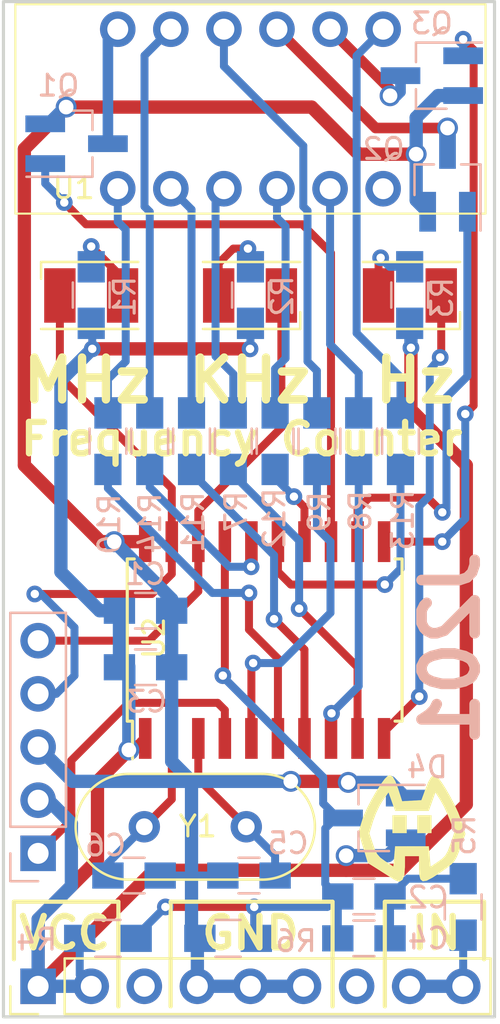
<source format=kicad_pcb>
(kicad_pcb (version 20171130) (host pcbnew "(5.0.2)-1")

  (general
    (thickness 1.6)
    (drawings 25)
    (tracks 297)
    (zones 0)
    (modules 33)
    (nets 37)
  )

  (page A4)
  (layers
    (0 F.Cu signal)
    (31 B.Cu signal)
    (32 B.Adhes user)
    (33 F.Adhes user)
    (34 B.Paste user)
    (35 F.Paste user)
    (36 B.SilkS user)
    (37 F.SilkS user)
    (38 B.Mask user)
    (39 F.Mask user)
    (40 Dwgs.User user)
    (41 Cmts.User user)
    (42 Eco1.User user)
    (43 Eco2.User user)
    (44 Edge.Cuts user)
    (45 Margin user)
    (46 B.CrtYd user)
    (47 F.CrtYd user)
    (48 B.Fab user)
    (49 F.Fab user)
  )

  (setup
    (last_trace_width 0.381)
    (user_trace_width 0.254)
    (user_trace_width 0.381)
    (user_trace_width 0.508)
    (user_trace_width 0.635)
    (trace_clearance 0.2)
    (zone_clearance 0.508)
    (zone_45_only no)
    (trace_min 0.2)
    (segment_width 0.2)
    (edge_width 0.15)
    (via_size 0.8)
    (via_drill 0.4)
    (via_min_size 0.4)
    (via_min_drill 0.3)
    (user_via 1 0.7)
    (uvia_size 0.3)
    (uvia_drill 0.1)
    (uvias_allowed no)
    (uvia_min_size 0.2)
    (uvia_min_drill 0.1)
    (pcb_text_width 0.3)
    (pcb_text_size 1.5 1.5)
    (mod_edge_width 0.15)
    (mod_text_size 1 1)
    (mod_text_width 0.15)
    (pad_size 1.524 1.524)
    (pad_drill 0.762)
    (pad_to_mask_clearance 0.051)
    (solder_mask_min_width 0.25)
    (aux_axis_origin 0 0)
    (visible_elements 7FFDFFFF)
    (pcbplotparams
      (layerselection 0x010fc_ffffffff)
      (usegerberextensions false)
      (usegerberattributes false)
      (usegerberadvancedattributes false)
      (creategerberjobfile false)
      (excludeedgelayer true)
      (linewidth 0.100000)
      (plotframeref false)
      (viasonmask false)
      (mode 1)
      (useauxorigin false)
      (hpglpennumber 1)
      (hpglpenspeed 20)
      (hpglpendiameter 15.000000)
      (psnegative false)
      (psa4output false)
      (plotreference true)
      (plotvalue true)
      (plotinvisibletext false)
      (padsonsilk false)
      (subtractmaskfromsilk false)
      (outputformat 1)
      (mirror false)
      (drillshape 1)
      (scaleselection 1)
      (outputdirectory ""))
  )

  (net 0 "")
  (net 1 VCC)
  (net 2 GND)
  (net 3 "Net-(C2-Pad2)")
  (net 4 FREQIN)
  (net 5 "Net-(C5-Pad1)")
  (net 6 "Net-(C6-Pad1)")
  (net 7 "Net-(D1-Pad2)")
  (net 8 ICSPDAT)
  (net 9 ICSPCLK)
  (net 10 "Net-(D2-Pad2)")
  (net 11 "Net-(D3-Pad2)")
  (net 12 -HZ)
  (net 13 -MCLR)
  (net 14 D1)
  (net 15 "Net-(Q1-Pad3)")
  (net 16 "Net-(Q2-Pad3)")
  (net 17 D2)
  (net 18 D3)
  (net 19 "Net-(Q3-Pad3)")
  (net 20 "Net-(R7-Pad1)")
  (net 21 DP)
  (net 22 "Net-(R8-Pad1)")
  (net 23 G)
  (net 24 F)
  (net 25 "Net-(R9-Pad1)")
  (net 26 "Net-(R10-Pad1)")
  (net 27 E)
  (net 28 D)
  (net 29 "Net-(R11-Pad1)")
  (net 30 "Net-(R12-Pad1)")
  (net 31 C)
  (net 32 B)
  (net 33 "Net-(R13-Pad1)")
  (net 34 "Net-(R14-Pad1)")
  (net 35 A)
  (net 36 "Net-(J1-Pad8)")

  (net_class Default "This is the default net class."
    (clearance 0.2)
    (trace_width 0.25)
    (via_dia 0.8)
    (via_drill 0.4)
    (uvia_dia 0.3)
    (uvia_drill 0.1)
    (add_net -HZ)
    (add_net -MCLR)
    (add_net A)
    (add_net B)
    (add_net C)
    (add_net D)
    (add_net D1)
    (add_net D2)
    (add_net D3)
    (add_net DP)
    (add_net E)
    (add_net F)
    (add_net FREQIN)
    (add_net G)
    (add_net GND)
    (add_net ICSPCLK)
    (add_net ICSPDAT)
    (add_net "Net-(C2-Pad2)")
    (add_net "Net-(C5-Pad1)")
    (add_net "Net-(C6-Pad1)")
    (add_net "Net-(D1-Pad2)")
    (add_net "Net-(D2-Pad2)")
    (add_net "Net-(D3-Pad2)")
    (add_net "Net-(J1-Pad8)")
    (add_net "Net-(Q1-Pad3)")
    (add_net "Net-(Q2-Pad3)")
    (add_net "Net-(Q3-Pad3)")
    (add_net "Net-(R10-Pad1)")
    (add_net "Net-(R11-Pad1)")
    (add_net "Net-(R12-Pad1)")
    (add_net "Net-(R13-Pad1)")
    (add_net "Net-(R14-Pad1)")
    (add_net "Net-(R7-Pad1)")
    (add_net "Net-(R8-Pad1)")
    (add_net "Net-(R9-Pad1)")
    (add_net VCC)
  )

  (module Housings_SOIC:SOIC-20W_7.5x12.8mm_Pitch1.27mm (layer F.Cu) (tedit 5C553D2E) (tstamp 5C553300)
    (at 84.5 49.5 90)
    (descr "20-Lead Plastic Small Outline (SO) - Wide, 7.50 mm Body [SOIC] (see Microchip Packaging Specification 00000049BS.pdf)")
    (tags "SOIC 1.27")
    (path /5C4B5E4C)
    (attr smd)
    (fp_text reference U2 (at 0.1 -5.3 90) (layer F.SilkS)
      (effects (font (size 1 1) (thickness 0.15)))
    )
    (fp_text value PIC16F1619 (at 0 7.5 90) (layer F.Fab)
      (effects (font (size 1 1) (thickness 0.15)))
    )
    (fp_line (start -3.875 -6.325) (end -5.675 -6.325) (layer F.SilkS) (width 0.15))
    (fp_line (start -3.875 6.575) (end 3.875 6.575) (layer F.SilkS) (width 0.15))
    (fp_line (start -3.875 -6.575) (end 3.875 -6.575) (layer F.SilkS) (width 0.15))
    (fp_line (start -3.875 6.575) (end -3.875 6.24) (layer F.SilkS) (width 0.15))
    (fp_line (start 3.875 6.575) (end 3.875 6.24) (layer F.SilkS) (width 0.15))
    (fp_line (start 3.875 -6.575) (end 3.875 -6.24) (layer F.SilkS) (width 0.15))
    (fp_line (start -3.875 -6.575) (end -3.875 -6.325) (layer F.SilkS) (width 0.15))
    (fp_line (start -5.95 6.75) (end 5.95 6.75) (layer F.CrtYd) (width 0.05))
    (fp_line (start -5.95 -6.75) (end 5.95 -6.75) (layer F.CrtYd) (width 0.05))
    (fp_line (start 5.95 -6.75) (end 5.95 6.75) (layer F.CrtYd) (width 0.05))
    (fp_line (start -5.95 -6.75) (end -5.95 6.75) (layer F.CrtYd) (width 0.05))
    (fp_line (start -3.75 -5.4) (end -2.75 -6.4) (layer F.Fab) (width 0.15))
    (fp_line (start -3.75 6.4) (end -3.75 -5.4) (layer F.Fab) (width 0.15))
    (fp_line (start 3.75 6.4) (end -3.75 6.4) (layer F.Fab) (width 0.15))
    (fp_line (start 3.75 -6.4) (end 3.75 6.4) (layer F.Fab) (width 0.15))
    (fp_line (start -2.75 -6.4) (end 3.75 -6.4) (layer F.Fab) (width 0.15))
    (fp_text user %R (at 0 0 90) (layer F.Fab)
      (effects (font (size 1 1) (thickness 0.15)))
    )
    (pad 20 smd rect (at 4.7 -5.715 90) (size 1.95 0.6) (layers F.Cu F.Paste F.Mask)
      (net 2 GND))
    (pad 19 smd rect (at 4.7 -4.445 90) (size 1.95 0.6) (layers F.Cu F.Paste F.Mask)
      (net 8 ICSPDAT))
    (pad 18 smd rect (at 4.7 -3.175 90) (size 1.95 0.6) (layers F.Cu F.Paste F.Mask)
      (net 9 ICSPCLK))
    (pad 17 smd rect (at 4.7 -1.905 90) (size 1.95 0.6) (layers F.Cu F.Paste F.Mask)
      (net 4 FREQIN))
    (pad 16 smd rect (at 4.7 -0.635 90) (size 1.95 0.6) (layers F.Cu F.Paste F.Mask)
      (net 34 "Net-(R14-Pad1)"))
    (pad 15 smd rect (at 4.7 0.635 90) (size 1.95 0.6) (layers F.Cu F.Paste F.Mask)
      (net 33 "Net-(R13-Pad1)"))
    (pad 14 smd rect (at 4.7 1.905 90) (size 1.95 0.6) (layers F.Cu F.Paste F.Mask)
      (net 30 "Net-(R12-Pad1)"))
    (pad 13 smd rect (at 4.7 3.175 90) (size 1.95 0.6) (layers F.Cu F.Paste F.Mask)
      (net 14 D1))
    (pad 12 smd rect (at 4.7 4.445 90) (size 1.95 0.6) (layers F.Cu F.Paste F.Mask)
      (net 17 D2))
    (pad 11 smd rect (at 4.7 5.715 90) (size 1.95 0.6) (layers F.Cu F.Paste F.Mask)
      (net 18 D3))
    (pad 10 smd rect (at -4.7 5.715 90) (size 1.95 0.6) (layers F.Cu F.Paste F.Mask)
      (net 12 -HZ))
    (pad 9 smd rect (at -4.7 4.445 90) (size 1.95 0.6) (layers F.Cu F.Paste F.Mask)
      (net 20 "Net-(R7-Pad1)"))
    (pad 8 smd rect (at -4.7 3.175 90) (size 1.95 0.6) (layers F.Cu F.Paste F.Mask)
      (net 22 "Net-(R8-Pad1)"))
    (pad 7 smd rect (at -4.7 1.905 90) (size 1.95 0.6) (layers F.Cu F.Paste F.Mask)
      (net 29 "Net-(R11-Pad1)"))
    (pad 6 smd rect (at -4.7 0.635 90) (size 1.95 0.6) (layers F.Cu F.Paste F.Mask)
      (net 26 "Net-(R10-Pad1)"))
    (pad 5 smd rect (at -4.7 -0.635 90) (size 1.95 0.6) (layers F.Cu F.Paste F.Mask)
      (net 25 "Net-(R9-Pad1)"))
    (pad 4 smd rect (at -4.7 -1.905 90) (size 1.95 0.6) (layers F.Cu F.Paste F.Mask)
      (net 13 -MCLR))
    (pad 3 smd rect (at -4.7 -3.175 90) (size 1.95 0.6) (layers F.Cu F.Paste F.Mask)
      (net 5 "Net-(C5-Pad1)"))
    (pad 2 smd rect (at -4.7 -4.445 90) (size 1.95 0.6) (layers F.Cu F.Paste F.Mask)
      (net 6 "Net-(C6-Pad1)"))
    (pad 1 smd rect (at -4.7 -5.715 90) (size 1.95 0.6) (layers F.Cu F.Paste F.Mask)
      (net 1 VCC))
    (model ${KISYS3DMOD}/Housings_SOIC.3dshapes/SOIC-20W_7.5x12.8mm_Pitch1.27mm.wrl
      (at (xyz 0 0 0))
      (scale (xyz 1 1 1))
      (rotate (xyz 0 0 0))
    )
  )

  (module modules:7_SEG_TRIPLE_28IN (layer F.Cu) (tedit 5C553752) (tstamp 5C5532D7)
    (at 83.82 24.13)
    (path /5C6DDB65)
    (fp_text reference U1 (at -8.4582 3.7846) (layer F.SilkS)
      (effects (font (size 1 1) (thickness 0.15)))
    )
    (fp_text value 7_SEG_TRIPLE (at 0 0) (layer F.Fab)
      (effects (font (size 1 1) (thickness 0.15)))
    )
    (fp_line (start -11.25 -5) (end -11.25 5) (layer F.SilkS) (width 0.1))
    (fp_line (start -11.25 5) (end 11.25 5) (layer F.SilkS) (width 0.1))
    (fp_line (start 11.25 5) (end 11.25 -5) (layer F.SilkS) (width 0.1))
    (fp_line (start 11.25 -5) (end -11.25 -5) (layer F.SilkS) (width 0.1))
    (pad 11 thru_hole circle (at -3.81 -3.81) (size 1.7 1.7) (drill 1) (layers *.Cu *.Mask)
      (net 35 A))
    (pad 1 thru_hole circle (at -6.35 3.81) (size 1.7 1.7) (drill 1) (layers *.Cu *.Mask)
      (net 27 E))
    (pad 2 thru_hole circle (at -3.81 3.81) (size 1.7 1.7) (drill 1) (layers *.Cu *.Mask)
      (net 28 D))
    (pad 3 thru_hole circle (at -1.27 3.81) (size 1.7 1.7) (drill 1) (layers *.Cu *.Mask)
      (net 21 DP))
    (pad 4 thru_hole circle (at 1.27 3.81) (size 1.7 1.7) (drill 1) (layers *.Cu *.Mask)
      (net 31 C))
    (pad 5 thru_hole circle (at 3.81 3.81) (size 1.7 1.7) (drill 1) (layers *.Cu *.Mask)
      (net 23 G))
    (pad 6 thru_hole circle (at 6.35 3.81) (size 1.7 1.7) (drill 1) (layers *.Cu *.Mask))
    (pad 7 thru_hole circle (at 6.35 -3.81) (size 1.7 1.7) (drill 1) (layers *.Cu *.Mask)
      (net 32 B))
    (pad 8 thru_hole circle (at 3.81 -3.81) (size 1.7 1.7) (drill 1) (layers *.Cu *.Mask)
      (net 19 "Net-(Q3-Pad3)"))
    (pad 9 thru_hole circle (at 1.27 -3.81) (size 1.7 1.7) (drill 1) (layers *.Cu *.Mask)
      (net 16 "Net-(Q2-Pad3)"))
    (pad 10 thru_hole circle (at -1.27 -3.81) (size 1.7 1.7) (drill 1) (layers *.Cu *.Mask)
      (net 24 F))
    (pad 12 thru_hole circle (at -6.35 -3.81) (size 1.7 1.7) (drill 1) (layers *.Cu *.Mask)
      (net 15 "Net-(Q1-Pad3)"))
  )

  (module Crystals:Crystal_HC49-4H_Vertical (layer F.Cu) (tedit 5C553EF2) (tstamp 5C553323)
    (at 78.74 58.42)
    (descr "Crystal THT HC-49-4H http://5hertz.com/pdfs/04404_D.pdf")
    (tags "THT crystalHC-49-4H")
    (path /5C569ED8)
    (fp_text reference Y1 (at 2.56 -0.02) (layer F.SilkS)
      (effects (font (size 1 1) (thickness 0.15)))
    )
    (fp_text value 8MHz (at 2.72 1.08) (layer F.Fab)
      (effects (font (size 1 1) (thickness 0.15)))
    )
    (fp_text user %R (at 2.72 -0.42) (layer F.Fab)
      (effects (font (size 1 1) (thickness 0.15)))
    )
    (fp_line (start -0.76 -2.325) (end 5.64 -2.325) (layer F.Fab) (width 0.1))
    (fp_line (start -0.76 2.325) (end 5.64 2.325) (layer F.Fab) (width 0.1))
    (fp_line (start -0.56 -2) (end 5.44 -2) (layer F.Fab) (width 0.1))
    (fp_line (start -0.56 2) (end 5.44 2) (layer F.Fab) (width 0.1))
    (fp_line (start -0.76 -2.525) (end 5.64 -2.525) (layer F.SilkS) (width 0.12))
    (fp_line (start -0.76 2.525) (end 5.64 2.525) (layer F.SilkS) (width 0.12))
    (fp_line (start -3.6 -2.8) (end -3.6 2.8) (layer F.CrtYd) (width 0.05))
    (fp_line (start -3.6 2.8) (end 8.5 2.8) (layer F.CrtYd) (width 0.05))
    (fp_line (start 8.5 2.8) (end 8.5 -2.8) (layer F.CrtYd) (width 0.05))
    (fp_line (start 8.5 -2.8) (end -3.6 -2.8) (layer F.CrtYd) (width 0.05))
    (fp_arc (start -0.76 0) (end -0.76 -2.325) (angle -180) (layer F.Fab) (width 0.1))
    (fp_arc (start 5.64 0) (end 5.64 -2.325) (angle 180) (layer F.Fab) (width 0.1))
    (fp_arc (start -0.56 0) (end -0.56 -2) (angle -180) (layer F.Fab) (width 0.1))
    (fp_arc (start 5.44 0) (end 5.44 -2) (angle 180) (layer F.Fab) (width 0.1))
    (fp_arc (start -0.76 0) (end -0.76 -2.525) (angle -180) (layer F.SilkS) (width 0.12))
    (fp_arc (start 5.64 0) (end 5.64 -2.525) (angle 180) (layer F.SilkS) (width 0.12))
    (pad 1 thru_hole circle (at 0 0) (size 1.5 1.5) (drill 0.8) (layers *.Cu *.Mask)
      (net 6 "Net-(C6-Pad1)"))
    (pad 2 thru_hole circle (at 4.88 0) (size 1.5 1.5) (drill 0.8) (layers *.Cu *.Mask)
      (net 5 "Net-(C5-Pad1)"))
    (model ${KISYS3DMOD}/Crystals.3dshapes/Crystal_HC49-4H_Vertical.wrl
      (at (xyz 0 0 0))
      (scale (xyz 0.393701 0.393701 0.393701))
      (rotate (xyz 0 0 0))
    )
  )

  (module Capacitors_SMD:C_0805_HandSoldering (layer B.Cu) (tedit 58AA84A8) (tstamp 5C5530BA)
    (at 78.8 48.1 180)
    (descr "Capacitor SMD 0805, hand soldering")
    (tags "capacitor 0805")
    (path /5C6F7964)
    (attr smd)
    (fp_text reference C1 (at 0 1.75 180) (layer B.SilkS)
      (effects (font (size 1 1) (thickness 0.15)) (justify mirror))
    )
    (fp_text value 10u (at 0 -1.75 180) (layer B.Fab)
      (effects (font (size 1 1) (thickness 0.15)) (justify mirror))
    )
    (fp_line (start 2.25 -0.87) (end -2.25 -0.87) (layer B.CrtYd) (width 0.05))
    (fp_line (start 2.25 -0.87) (end 2.25 0.88) (layer B.CrtYd) (width 0.05))
    (fp_line (start -2.25 0.88) (end -2.25 -0.87) (layer B.CrtYd) (width 0.05))
    (fp_line (start -2.25 0.88) (end 2.25 0.88) (layer B.CrtYd) (width 0.05))
    (fp_line (start -0.5 -0.85) (end 0.5 -0.85) (layer B.SilkS) (width 0.12))
    (fp_line (start 0.5 0.85) (end -0.5 0.85) (layer B.SilkS) (width 0.12))
    (fp_line (start -1 0.62) (end 1 0.62) (layer B.Fab) (width 0.1))
    (fp_line (start 1 0.62) (end 1 -0.62) (layer B.Fab) (width 0.1))
    (fp_line (start 1 -0.62) (end -1 -0.62) (layer B.Fab) (width 0.1))
    (fp_line (start -1 -0.62) (end -1 0.62) (layer B.Fab) (width 0.1))
    (fp_text user %R (at 0 1.75 180) (layer B.Fab)
      (effects (font (size 1 1) (thickness 0.15)) (justify mirror))
    )
    (pad 2 smd rect (at 1.25 0 180) (size 1.5 1.25) (layers B.Cu B.Paste B.Mask)
      (net 1 VCC))
    (pad 1 smd rect (at -1.25 0 180) (size 1.5 1.25) (layers B.Cu B.Paste B.Mask)
      (net 2 GND))
    (model Capacitors_SMD.3dshapes/C_0805.wrl
      (at (xyz 0 0 0))
      (scale (xyz 1 1 1))
      (rotate (xyz 0 0 0))
    )
  )

  (module Capacitors_SMD:C_0805_HandSoldering (layer B.Cu) (tedit 5C553934) (tstamp 5C5530CB)
    (at 89.25 61.75)
    (descr "Capacitor SMD 0805, hand soldering")
    (tags "capacitor 0805")
    (path /5C616ACC)
    (attr smd)
    (fp_text reference C2 (at 3.079 0.0482) (layer B.SilkS)
      (effects (font (size 1 1) (thickness 0.15)) (justify mirror))
    )
    (fp_text value .01u (at 0 -1.75) (layer B.Fab)
      (effects (font (size 1 1) (thickness 0.15)) (justify mirror))
    )
    (fp_line (start 2.25 -0.87) (end -2.25 -0.87) (layer B.CrtYd) (width 0.05))
    (fp_line (start 2.25 -0.87) (end 2.25 0.88) (layer B.CrtYd) (width 0.05))
    (fp_line (start -2.25 0.88) (end -2.25 -0.87) (layer B.CrtYd) (width 0.05))
    (fp_line (start -2.25 0.88) (end 2.25 0.88) (layer B.CrtYd) (width 0.05))
    (fp_line (start -0.5 -0.85) (end 0.5 -0.85) (layer B.SilkS) (width 0.12))
    (fp_line (start 0.5 0.85) (end -0.5 0.85) (layer B.SilkS) (width 0.12))
    (fp_line (start -1 0.62) (end 1 0.62) (layer B.Fab) (width 0.1))
    (fp_line (start 1 0.62) (end 1 -0.62) (layer B.Fab) (width 0.1))
    (fp_line (start 1 -0.62) (end -1 -0.62) (layer B.Fab) (width 0.1))
    (fp_line (start -1 -0.62) (end -1 0.62) (layer B.Fab) (width 0.1))
    (fp_text user %R (at 3.0536 0.0482) (layer B.Fab)
      (effects (font (size 1 1) (thickness 0.15)) (justify mirror))
    )
    (pad 2 smd rect (at 1.25 0) (size 1.5 1.25) (layers B.Cu B.Paste B.Mask)
      (net 3 "Net-(C2-Pad2)"))
    (pad 1 smd rect (at -1.25 0) (size 1.5 1.25) (layers B.Cu B.Paste B.Mask)
      (net 4 FREQIN))
    (model Capacitors_SMD.3dshapes/C_0805.wrl
      (at (xyz 0 0 0))
      (scale (xyz 1 1 1))
      (rotate (xyz 0 0 0))
    )
  )

  (module Capacitors_SMD:C_0805_HandSoldering (layer B.Cu) (tedit 5C5538C7) (tstamp 5C5530DC)
    (at 78.8 50.8 180)
    (descr "Capacitor SMD 0805, hand soldering")
    (tags "capacitor 0805")
    (path /5C52FDB1)
    (attr smd)
    (fp_text reference C3 (at -0.0462 -1.6436 180) (layer B.SilkS)
      (effects (font (size 1 1) (thickness 0.15)) (justify mirror))
    )
    (fp_text value .1u (at 0 -1.75 180) (layer B.Fab)
      (effects (font (size 1 1) (thickness 0.15)) (justify mirror))
    )
    (fp_text user %R (at -0.0208 -1.6436 180) (layer B.Fab)
      (effects (font (size 1 1) (thickness 0.15)) (justify mirror))
    )
    (fp_line (start -1 -0.62) (end -1 0.62) (layer B.Fab) (width 0.1))
    (fp_line (start 1 -0.62) (end -1 -0.62) (layer B.Fab) (width 0.1))
    (fp_line (start 1 0.62) (end 1 -0.62) (layer B.Fab) (width 0.1))
    (fp_line (start -1 0.62) (end 1 0.62) (layer B.Fab) (width 0.1))
    (fp_line (start 0.5 0.85) (end -0.5 0.85) (layer B.SilkS) (width 0.12))
    (fp_line (start -0.5 -0.85) (end 0.5 -0.85) (layer B.SilkS) (width 0.12))
    (fp_line (start -2.25 0.88) (end 2.25 0.88) (layer B.CrtYd) (width 0.05))
    (fp_line (start -2.25 0.88) (end -2.25 -0.87) (layer B.CrtYd) (width 0.05))
    (fp_line (start 2.25 -0.87) (end 2.25 0.88) (layer B.CrtYd) (width 0.05))
    (fp_line (start 2.25 -0.87) (end -2.25 -0.87) (layer B.CrtYd) (width 0.05))
    (pad 1 smd rect (at -1.25 0 180) (size 1.5 1.25) (layers B.Cu B.Paste B.Mask)
      (net 2 GND))
    (pad 2 smd rect (at 1.25 0 180) (size 1.5 1.25) (layers B.Cu B.Paste B.Mask)
      (net 1 VCC))
    (model Capacitors_SMD.3dshapes/C_0805.wrl
      (at (xyz 0 0 0))
      (scale (xyz 1 1 1))
      (rotate (xyz 0 0 0))
    )
  )

  (module Capacitors_SMD:C_0805_HandSoldering (layer B.Cu) (tedit 5C55393F) (tstamp 5C5530ED)
    (at 89.25 63.75)
    (descr "Capacitor SMD 0805, hand soldering")
    (tags "capacitor 0805")
    (path /5C616946)
    (attr smd)
    (fp_text reference C4 (at 3.079 0.004) (layer B.SilkS)
      (effects (font (size 1 1) (thickness 0.15)) (justify mirror))
    )
    (fp_text value 1u (at 0 -1.75) (layer B.Fab)
      (effects (font (size 1 1) (thickness 0.15)) (justify mirror))
    )
    (fp_text user %R (at 3.079 0.0294) (layer B.Fab)
      (effects (font (size 1 1) (thickness 0.15)) (justify mirror))
    )
    (fp_line (start -1 -0.62) (end -1 0.62) (layer B.Fab) (width 0.1))
    (fp_line (start 1 -0.62) (end -1 -0.62) (layer B.Fab) (width 0.1))
    (fp_line (start 1 0.62) (end 1 -0.62) (layer B.Fab) (width 0.1))
    (fp_line (start -1 0.62) (end 1 0.62) (layer B.Fab) (width 0.1))
    (fp_line (start 0.5 0.85) (end -0.5 0.85) (layer B.SilkS) (width 0.12))
    (fp_line (start -0.5 -0.85) (end 0.5 -0.85) (layer B.SilkS) (width 0.12))
    (fp_line (start -2.25 0.88) (end 2.25 0.88) (layer B.CrtYd) (width 0.05))
    (fp_line (start -2.25 0.88) (end -2.25 -0.87) (layer B.CrtYd) (width 0.05))
    (fp_line (start 2.25 -0.87) (end 2.25 0.88) (layer B.CrtYd) (width 0.05))
    (fp_line (start 2.25 -0.87) (end -2.25 -0.87) (layer B.CrtYd) (width 0.05))
    (pad 1 smd rect (at -1.25 0) (size 1.5 1.25) (layers B.Cu B.Paste B.Mask)
      (net 4 FREQIN))
    (pad 2 smd rect (at 1.25 0) (size 1.5 1.25) (layers B.Cu B.Paste B.Mask)
      (net 3 "Net-(C2-Pad2)"))
    (model Capacitors_SMD.3dshapes/C_0805.wrl
      (at (xyz 0 0 0))
      (scale (xyz 1 1 1))
      (rotate (xyz 0 0 0))
    )
  )

  (module Capacitors_SMD:C_0805_HandSoldering (layer B.Cu) (tedit 5C5538E2) (tstamp 5C5530FE)
    (at 83.75 60.75 180)
    (descr "Capacitor SMD 0805, hand soldering")
    (tags "capacitor 0805")
    (path /5C569EE4)
    (attr smd)
    (fp_text reference C5 (at -1.8734 1.5426 180) (layer B.SilkS)
      (effects (font (size 1 1) (thickness 0.15)) (justify mirror))
    )
    (fp_text value 22p (at 0.07 0.19 180) (layer B.Fab)
      (effects (font (size 1 1) (thickness 0.15)) (justify mirror))
    )
    (fp_text user %R (at -1.848 1.5172 180) (layer B.Fab)
      (effects (font (size 1 1) (thickness 0.15)) (justify mirror))
    )
    (fp_line (start -1 -0.62) (end -1 0.62) (layer B.Fab) (width 0.1))
    (fp_line (start 1 -0.62) (end -1 -0.62) (layer B.Fab) (width 0.1))
    (fp_line (start 1 0.62) (end 1 -0.62) (layer B.Fab) (width 0.1))
    (fp_line (start -1 0.62) (end 1 0.62) (layer B.Fab) (width 0.1))
    (fp_line (start 0.5 0.85) (end -0.5 0.85) (layer B.SilkS) (width 0.12))
    (fp_line (start -0.5 -0.85) (end 0.5 -0.85) (layer B.SilkS) (width 0.12))
    (fp_line (start -2.25 0.88) (end 2.25 0.88) (layer B.CrtYd) (width 0.05))
    (fp_line (start -2.25 0.88) (end -2.25 -0.87) (layer B.CrtYd) (width 0.05))
    (fp_line (start 2.25 -0.87) (end 2.25 0.88) (layer B.CrtYd) (width 0.05))
    (fp_line (start 2.25 -0.87) (end -2.25 -0.87) (layer B.CrtYd) (width 0.05))
    (pad 1 smd rect (at -1.25 0 180) (size 1.5 1.25) (layers B.Cu B.Paste B.Mask)
      (net 5 "Net-(C5-Pad1)"))
    (pad 2 smd rect (at 1.25 0 180) (size 1.5 1.25) (layers B.Cu B.Paste B.Mask)
      (net 2 GND))
    (model Capacitors_SMD.3dshapes/C_0805.wrl
      (at (xyz 0 0 0))
      (scale (xyz 1 1 1))
      (rotate (xyz 0 0 0))
    )
  )

  (module Capacitors_SMD:C_0805_HandSoldering (layer B.Cu) (tedit 5C5538F5) (tstamp 5C55310F)
    (at 78.25 60.75)
    (descr "Capacitor SMD 0805, hand soldering")
    (tags "capacitor 0805")
    (path /5C569EDE)
    (attr smd)
    (fp_text reference C6 (at -1.3642 -1.441) (layer B.SilkS)
      (effects (font (size 1 1) (thickness 0.15)) (justify mirror))
    )
    (fp_text value 22p (at 0.07 -0.1) (layer B.Fab)
      (effects (font (size 1 1) (thickness 0.15)) (justify mirror))
    )
    (fp_line (start 2.25 -0.87) (end -2.25 -0.87) (layer B.CrtYd) (width 0.05))
    (fp_line (start 2.25 -0.87) (end 2.25 0.88) (layer B.CrtYd) (width 0.05))
    (fp_line (start -2.25 0.88) (end -2.25 -0.87) (layer B.CrtYd) (width 0.05))
    (fp_line (start -2.25 0.88) (end 2.25 0.88) (layer B.CrtYd) (width 0.05))
    (fp_line (start -0.5 -0.85) (end 0.5 -0.85) (layer B.SilkS) (width 0.12))
    (fp_line (start 0.5 0.85) (end -0.5 0.85) (layer B.SilkS) (width 0.12))
    (fp_line (start -1 0.62) (end 1 0.62) (layer B.Fab) (width 0.1))
    (fp_line (start 1 0.62) (end 1 -0.62) (layer B.Fab) (width 0.1))
    (fp_line (start 1 -0.62) (end -1 -0.62) (layer B.Fab) (width 0.1))
    (fp_line (start -1 -0.62) (end -1 0.62) (layer B.Fab) (width 0.1))
    (fp_text user %R (at -1.3642 -1.441) (layer B.Fab)
      (effects (font (size 1 1) (thickness 0.15)) (justify mirror))
    )
    (pad 2 smd rect (at 1.25 0) (size 1.5 1.25) (layers B.Cu B.Paste B.Mask)
      (net 2 GND))
    (pad 1 smd rect (at -1.25 0) (size 1.5 1.25) (layers B.Cu B.Paste B.Mask)
      (net 6 "Net-(C6-Pad1)"))
    (model Capacitors_SMD.3dshapes/C_0805.wrl
      (at (xyz 0 0 0))
      (scale (xyz 1 1 1))
      (rotate (xyz 0 0 0))
    )
  )

  (module LEDs:LED_PLCC-2 (layer F.Cu) (tedit 5C553775) (tstamp 5C553123)
    (at 76.2 33.04)
    (descr "LED PLCC-2 SMD package")
    (tags "LED PLCC-2 SMD")
    (path /5C593426)
    (attr smd)
    (fp_text reference D1 (at -0.0254 -0.0308) (layer F.SilkS) hide
      (effects (font (size 1 1) (thickness 0.15)))
    )
    (fp_text value MHz (at 0 2.5) (layer F.Fab)
      (effects (font (size 1 1) (thickness 0.15)))
    )
    (fp_text user %R (at 0 0) (layer F.Fab)
      (effects (font (size 0.4 0.4) (thickness 0.1)))
    )
    (fp_line (start -2.4 -1.6) (end -2.4 -0.8) (layer F.SilkS) (width 0.12))
    (fp_line (start 2.25 -1.6) (end -2.4 -1.6) (layer F.SilkS) (width 0.12))
    (fp_line (start 2.25 1.6) (end -2.4 1.6) (layer F.SilkS) (width 0.12))
    (fp_line (start -2.65 1.85) (end -2.65 -1.85) (layer F.CrtYd) (width 0.05))
    (fp_line (start 2.5 1.85) (end -2.65 1.85) (layer F.CrtYd) (width 0.05))
    (fp_line (start 2.5 -1.85) (end 2.5 1.85) (layer F.CrtYd) (width 0.05))
    (fp_line (start -2.65 -1.85) (end 2.5 -1.85) (layer F.CrtYd) (width 0.05))
    (fp_line (start -1.7 1.5) (end 1.7 1.5) (layer F.Fab) (width 0.1))
    (fp_line (start -1.7 -1.5) (end -1.7 1.5) (layer F.Fab) (width 0.1))
    (fp_line (start 1.7 -1.5) (end -1.7 -1.5) (layer F.Fab) (width 0.1))
    (fp_line (start 1.7 1.5) (end 1.7 -1.5) (layer F.Fab) (width 0.1))
    (fp_line (start -1.7 -0.6) (end -0.8 -1.5) (layer F.Fab) (width 0.1))
    (fp_circle (center 0 0) (end 0 -1.25) (layer F.Fab) (width 0.1))
    (pad 2 smd rect (at 1.5 0) (size 1.5 2.6) (layers F.Cu F.Paste F.Mask)
      (net 7 "Net-(D1-Pad2)"))
    (pad 1 smd rect (at -1.5 0) (size 1.5 2.6) (layers F.Cu F.Paste F.Mask)
      (net 8 ICSPDAT))
    (model ${KISYS3DMOD}/LEDs.3dshapes/LED_PLCC-2.wrl
      (at (xyz 0 0 0))
      (scale (xyz 1 1 1))
      (rotate (xyz 0 0 0))
    )
  )

  (module LEDs:LED_PLCC-2 (layer F.Cu) (tedit 5C553772) (tstamp 5C553137)
    (at 83.8 33.04 180)
    (descr "LED PLCC-2 SMD package")
    (tags "LED PLCC-2 SMD")
    (path /5C59F866)
    (attr smd)
    (fp_text reference D2 (at -0.02 -0.0562 180) (layer F.SilkS) hide
      (effects (font (size 1 1) (thickness 0.15)))
    )
    (fp_text value KHz (at 0 2.5 180) (layer F.Fab)
      (effects (font (size 1 1) (thickness 0.15)))
    )
    (fp_circle (center 0 0) (end 0 -1.25) (layer F.Fab) (width 0.1))
    (fp_line (start -1.7 -0.6) (end -0.8 -1.5) (layer F.Fab) (width 0.1))
    (fp_line (start 1.7 1.5) (end 1.7 -1.5) (layer F.Fab) (width 0.1))
    (fp_line (start 1.7 -1.5) (end -1.7 -1.5) (layer F.Fab) (width 0.1))
    (fp_line (start -1.7 -1.5) (end -1.7 1.5) (layer F.Fab) (width 0.1))
    (fp_line (start -1.7 1.5) (end 1.7 1.5) (layer F.Fab) (width 0.1))
    (fp_line (start -2.65 -1.85) (end 2.5 -1.85) (layer F.CrtYd) (width 0.05))
    (fp_line (start 2.5 -1.85) (end 2.5 1.85) (layer F.CrtYd) (width 0.05))
    (fp_line (start 2.5 1.85) (end -2.65 1.85) (layer F.CrtYd) (width 0.05))
    (fp_line (start -2.65 1.85) (end -2.65 -1.85) (layer F.CrtYd) (width 0.05))
    (fp_line (start 2.25 1.6) (end -2.4 1.6) (layer F.SilkS) (width 0.12))
    (fp_line (start 2.25 -1.6) (end -2.4 -1.6) (layer F.SilkS) (width 0.12))
    (fp_line (start -2.4 -1.6) (end -2.4 -0.8) (layer F.SilkS) (width 0.12))
    (fp_text user %R (at 0 0 180) (layer F.Fab)
      (effects (font (size 0.4 0.4) (thickness 0.1)))
    )
    (pad 1 smd rect (at -1.5 0 180) (size 1.5 2.6) (layers F.Cu F.Paste F.Mask)
      (net 9 ICSPCLK))
    (pad 2 smd rect (at 1.5 0 180) (size 1.5 2.6) (layers F.Cu F.Paste F.Mask)
      (net 10 "Net-(D2-Pad2)"))
    (model ${KISYS3DMOD}/LEDs.3dshapes/LED_PLCC-2.wrl
      (at (xyz 0 0 0))
      (scale (xyz 1 1 1))
      (rotate (xyz 0 0 0))
    )
  )

  (module LEDs:LED_PLCC-2 (layer F.Cu) (tedit 5C55376F) (tstamp 5C55314B)
    (at 91.45 33.04 180)
    (descr "LED PLCC-2 SMD package")
    (tags "LED PLCC-2 SMD")
    (path /5C5A29A6)
    (attr smd)
    (fp_text reference D3 (at 0.0608 -0.0562 180) (layer F.SilkS) hide
      (effects (font (size 1 1) (thickness 0.15)))
    )
    (fp_text value HZ (at 0 2.5 180) (layer F.Fab)
      (effects (font (size 1 1) (thickness 0.15)))
    )
    (fp_text user %R (at 0 0 180) (layer F.Fab)
      (effects (font (size 0.4 0.4) (thickness 0.1)))
    )
    (fp_line (start -2.4 -1.6) (end -2.4 -0.8) (layer F.SilkS) (width 0.12))
    (fp_line (start 2.25 -1.6) (end -2.4 -1.6) (layer F.SilkS) (width 0.12))
    (fp_line (start 2.25 1.6) (end -2.4 1.6) (layer F.SilkS) (width 0.12))
    (fp_line (start -2.65 1.85) (end -2.65 -1.85) (layer F.CrtYd) (width 0.05))
    (fp_line (start 2.5 1.85) (end -2.65 1.85) (layer F.CrtYd) (width 0.05))
    (fp_line (start 2.5 -1.85) (end 2.5 1.85) (layer F.CrtYd) (width 0.05))
    (fp_line (start -2.65 -1.85) (end 2.5 -1.85) (layer F.CrtYd) (width 0.05))
    (fp_line (start -1.7 1.5) (end 1.7 1.5) (layer F.Fab) (width 0.1))
    (fp_line (start -1.7 -1.5) (end -1.7 1.5) (layer F.Fab) (width 0.1))
    (fp_line (start 1.7 -1.5) (end -1.7 -1.5) (layer F.Fab) (width 0.1))
    (fp_line (start 1.7 1.5) (end 1.7 -1.5) (layer F.Fab) (width 0.1))
    (fp_line (start -1.7 -0.6) (end -0.8 -1.5) (layer F.Fab) (width 0.1))
    (fp_circle (center 0 0) (end 0 -1.25) (layer F.Fab) (width 0.1))
    (pad 2 smd rect (at 1.5 0 180) (size 1.5 2.6) (layers F.Cu F.Paste F.Mask)
      (net 11 "Net-(D3-Pad2)"))
    (pad 1 smd rect (at -1.5 0 180) (size 1.5 2.6) (layers F.Cu F.Paste F.Mask)
      (net 12 -HZ))
    (model ${KISYS3DMOD}/LEDs.3dshapes/LED_PLCC-2.wrl
      (at (xyz 0 0 0))
      (scale (xyz 1 1 1))
      (rotate (xyz 0 0 0))
    )
  )

  (module TO_SOT_Packages_SMD:SOT-23_Handsoldering (layer B.Cu) (tedit 5C553920) (tstamp 5C553160)
    (at 89.75 58 180)
    (descr "SOT-23, Handsoldering")
    (tags SOT-23)
    (path /5C4C74E3)
    (attr smd)
    (fp_text reference D4 (at -2.5282 2.4248 180) (layer B.SilkS)
      (effects (font (size 1 1) (thickness 0.15)) (justify mirror))
    )
    (fp_text value BAS40-04 (at 0 -2.5 180) (layer B.Fab)
      (effects (font (size 1 1) (thickness 0.15)) (justify mirror))
    )
    (fp_line (start 0.76 -1.58) (end -0.7 -1.58) (layer B.SilkS) (width 0.12))
    (fp_line (start -0.7 -1.52) (end 0.7 -1.52) (layer B.Fab) (width 0.1))
    (fp_line (start 0.7 1.52) (end 0.7 -1.52) (layer B.Fab) (width 0.1))
    (fp_line (start -0.7 0.95) (end -0.15 1.52) (layer B.Fab) (width 0.1))
    (fp_line (start -0.15 1.52) (end 0.7 1.52) (layer B.Fab) (width 0.1))
    (fp_line (start -0.7 0.95) (end -0.7 -1.5) (layer B.Fab) (width 0.1))
    (fp_line (start 0.76 1.58) (end -2.4 1.58) (layer B.SilkS) (width 0.12))
    (fp_line (start -2.7 -1.75) (end -2.7 1.75) (layer B.CrtYd) (width 0.05))
    (fp_line (start 2.7 -1.75) (end -2.7 -1.75) (layer B.CrtYd) (width 0.05))
    (fp_line (start 2.7 1.75) (end 2.7 -1.75) (layer B.CrtYd) (width 0.05))
    (fp_line (start -2.7 1.75) (end 2.7 1.75) (layer B.CrtYd) (width 0.05))
    (fp_line (start 0.76 1.58) (end 0.76 0.65) (layer B.SilkS) (width 0.12))
    (fp_line (start 0.76 -1.58) (end 0.76 -0.65) (layer B.SilkS) (width 0.12))
    (fp_text user %R (at 0 0 90) (layer B.Fab)
      (effects (font (size 0.5 0.5) (thickness 0.075)) (justify mirror))
    )
    (pad 3 smd rect (at 1.5 0 180) (size 1.9 0.8) (layers B.Cu B.Paste B.Mask)
      (net 4 FREQIN))
    (pad 2 smd rect (at -1.5 -0.95 180) (size 1.9 0.8) (layers B.Cu B.Paste B.Mask)
      (net 1 VCC))
    (pad 1 smd rect (at -1.5 0.95 180) (size 1.9 0.8) (layers B.Cu B.Paste B.Mask)
      (net 2 GND))
    (model ${KISYS3DMOD}/TO_SOT_Packages_SMD.3dshapes\SOT-23.wrl
      (at (xyz 0 0 0))
      (scale (xyz 1 1 1))
      (rotate (xyz 0 0 0))
    )
  )

  (module Pin_Headers:Pin_Header_Straight_1x09_Pitch2.54mm (layer F.Cu) (tedit 5C553D14) (tstamp 5C55317D)
    (at 73.66 66.04 90)
    (descr "Through hole straight pin header, 1x09, 2.54mm pitch, single row")
    (tags "Through hole pin header THT 1x09 2.54mm single row")
    (path /5C6394F8)
    (fp_text reference J1 (at 0 -2.33 90) (layer F.SilkS) hide
      (effects (font (size 1 1) (thickness 0.15)))
    )
    (fp_text value BREADBOARD (at -2.54 10.16 180) (layer F.Fab)
      (effects (font (size 1 1) (thickness 0.15)))
    )
    (fp_text user %R (at 0 10.16 180) (layer F.Fab)
      (effects (font (size 1 1) (thickness 0.15)))
    )
    (fp_line (start 1.8 -1.8) (end -1.8 -1.8) (layer F.CrtYd) (width 0.05))
    (fp_line (start 1.8 22.1) (end 1.8 -1.8) (layer F.CrtYd) (width 0.05))
    (fp_line (start -1.8 22.1) (end 1.8 22.1) (layer F.CrtYd) (width 0.05))
    (fp_line (start -1.8 -1.8) (end -1.8 22.1) (layer F.CrtYd) (width 0.05))
    (fp_line (start -1.33 -1.33) (end 0 -1.33) (layer F.SilkS) (width 0.12))
    (fp_line (start -1.33 0) (end -1.33 -1.33) (layer F.SilkS) (width 0.12))
    (fp_line (start -1.33 1.27) (end 1.33 1.27) (layer F.SilkS) (width 0.12))
    (fp_line (start 1.33 1.27) (end 1.33 21.65) (layer F.SilkS) (width 0.12))
    (fp_line (start -1.33 1.27) (end -1.33 21.65) (layer F.SilkS) (width 0.12))
    (fp_line (start -1.33 21.65) (end 1.33 21.65) (layer F.SilkS) (width 0.12))
    (fp_line (start -1.27 -0.635) (end -0.635 -1.27) (layer F.Fab) (width 0.1))
    (fp_line (start -1.27 21.59) (end -1.27 -0.635) (layer F.Fab) (width 0.1))
    (fp_line (start 1.27 21.59) (end -1.27 21.59) (layer F.Fab) (width 0.1))
    (fp_line (start 1.27 -1.27) (end 1.27 21.59) (layer F.Fab) (width 0.1))
    (fp_line (start -0.635 -1.27) (end 1.27 -1.27) (layer F.Fab) (width 0.1))
    (pad 9 thru_hole oval (at 0 20.32 90) (size 1.7 1.7) (drill 1) (layers *.Cu *.Mask)
      (net 36 "Net-(J1-Pad8)"))
    (pad 8 thru_hole oval (at 0 17.78 90) (size 1.7 1.7) (drill 1) (layers *.Cu *.Mask)
      (net 36 "Net-(J1-Pad8)"))
    (pad 7 thru_hole oval (at 0 15.24 90) (size 1.7 1.7) (drill 1) (layers *.Cu *.Mask))
    (pad 6 thru_hole oval (at 0 12.7 90) (size 1.7 1.7) (drill 1) (layers *.Cu *.Mask)
      (net 2 GND))
    (pad 5 thru_hole oval (at 0 10.16 90) (size 1.7 1.7) (drill 1) (layers *.Cu *.Mask)
      (net 2 GND))
    (pad 4 thru_hole oval (at 0 7.62 90) (size 1.7 1.7) (drill 1) (layers *.Cu *.Mask)
      (net 2 GND))
    (pad 3 thru_hole oval (at 0 5.08 90) (size 1.7 1.7) (drill 1) (layers *.Cu *.Mask))
    (pad 2 thru_hole oval (at 0 2.54 90) (size 1.7 1.7) (drill 1) (layers *.Cu *.Mask)
      (net 1 VCC))
    (pad 1 thru_hole rect (at 0 0 90) (size 1.7 1.7) (drill 1) (layers *.Cu *.Mask)
      (net 1 VCC))
    (model ${KISYS3DMOD}/Pin_Headers.3dshapes/Pin_Header_Straight_1x09_Pitch2.54mm.wrl
      (at (xyz 0 0 0))
      (scale (xyz 1 1 1))
      (rotate (xyz 0 0 0))
    )
  )

  (module Pin_Headers:Pin_Header_Straight_1x05_Pitch2.54mm (layer B.Cu) (tedit 5C553884) (tstamp 5C553196)
    (at 73.66 59.69)
    (descr "Through hole straight pin header, 1x05, 2.54mm pitch, single row")
    (tags "Through hole pin header THT 1x05 2.54mm single row")
    (path /5C639617)
    (fp_text reference J2 (at 2.91 -4.63) (layer B.SilkS) hide
      (effects (font (size 1 1) (thickness 0.15)) (justify mirror))
    )
    (fp_text value ICSP (at 0 -12.49) (layer B.Fab)
      (effects (font (size 1 1) (thickness 0.15)) (justify mirror))
    )
    (fp_text user %R (at 0 -5.08 -90) (layer B.Fab)
      (effects (font (size 1 1) (thickness 0.15)) (justify mirror))
    )
    (fp_line (start 1.8 1.8) (end -1.8 1.8) (layer B.CrtYd) (width 0.05))
    (fp_line (start 1.8 -11.95) (end 1.8 1.8) (layer B.CrtYd) (width 0.05))
    (fp_line (start -1.8 -11.95) (end 1.8 -11.95) (layer B.CrtYd) (width 0.05))
    (fp_line (start -1.8 1.8) (end -1.8 -11.95) (layer B.CrtYd) (width 0.05))
    (fp_line (start -1.33 1.33) (end 0 1.33) (layer B.SilkS) (width 0.12))
    (fp_line (start -1.33 0) (end -1.33 1.33) (layer B.SilkS) (width 0.12))
    (fp_line (start -1.33 -1.27) (end 1.33 -1.27) (layer B.SilkS) (width 0.12))
    (fp_line (start 1.33 -1.27) (end 1.33 -11.49) (layer B.SilkS) (width 0.12))
    (fp_line (start -1.33 -1.27) (end -1.33 -11.49) (layer B.SilkS) (width 0.12))
    (fp_line (start -1.33 -11.49) (end 1.33 -11.49) (layer B.SilkS) (width 0.12))
    (fp_line (start -1.27 0.635) (end -0.635 1.27) (layer B.Fab) (width 0.1))
    (fp_line (start -1.27 -11.43) (end -1.27 0.635) (layer B.Fab) (width 0.1))
    (fp_line (start 1.27 -11.43) (end -1.27 -11.43) (layer B.Fab) (width 0.1))
    (fp_line (start 1.27 1.27) (end 1.27 -11.43) (layer B.Fab) (width 0.1))
    (fp_line (start -0.635 1.27) (end 1.27 1.27) (layer B.Fab) (width 0.1))
    (pad 5 thru_hole oval (at 0 -10.16) (size 1.7 1.7) (drill 1) (layers *.Cu *.Mask)
      (net 9 ICSPCLK))
    (pad 4 thru_hole oval (at 0 -7.62) (size 1.7 1.7) (drill 1) (layers *.Cu *.Mask)
      (net 8 ICSPDAT))
    (pad 3 thru_hole oval (at 0 -5.08) (size 1.7 1.7) (drill 1) (layers *.Cu *.Mask)
      (net 2 GND))
    (pad 2 thru_hole oval (at 0 -2.54) (size 1.7 1.7) (drill 1) (layers *.Cu *.Mask)
      (net 1 VCC))
    (pad 1 thru_hole rect (at 0 0) (size 1.7 1.7) (drill 1) (layers *.Cu *.Mask)
      (net 13 -MCLR))
    (model ${KISYS3DMOD}/Pin_Headers.3dshapes/Pin_Header_Straight_1x05_Pitch2.54mm.wrl
      (at (xyz 0 0 0))
      (scale (xyz 1 1 1))
      (rotate (xyz 0 0 0))
    )
  )

  (module TO_SOT_Packages_SMD:SOT-23_Handsoldering (layer B.Cu) (tedit 5C55373F) (tstamp 5C5531AB)
    (at 75.5 25.79)
    (descr "SOT-23, Handsoldering")
    (tags SOT-23)
    (path /5C5ED185)
    (attr smd)
    (fp_text reference Q1 (at -0.8748 -2.7776) (layer B.SilkS)
      (effects (font (size 1 1) (thickness 0.15)) (justify mirror))
    )
    (fp_text value BSS138 (at 0 -2.5) (layer B.Fab)
      (effects (font (size 1 1) (thickness 0.15)) (justify mirror))
    )
    (fp_text user %R (at 0 0 -90) (layer B.Fab)
      (effects (font (size 0.5 0.5) (thickness 0.075)) (justify mirror))
    )
    (fp_line (start 0.76 -1.58) (end 0.76 -0.65) (layer B.SilkS) (width 0.12))
    (fp_line (start 0.76 1.58) (end 0.76 0.65) (layer B.SilkS) (width 0.12))
    (fp_line (start -2.7 1.75) (end 2.7 1.75) (layer B.CrtYd) (width 0.05))
    (fp_line (start 2.7 1.75) (end 2.7 -1.75) (layer B.CrtYd) (width 0.05))
    (fp_line (start 2.7 -1.75) (end -2.7 -1.75) (layer B.CrtYd) (width 0.05))
    (fp_line (start -2.7 -1.75) (end -2.7 1.75) (layer B.CrtYd) (width 0.05))
    (fp_line (start 0.76 1.58) (end -2.4 1.58) (layer B.SilkS) (width 0.12))
    (fp_line (start -0.7 0.95) (end -0.7 -1.5) (layer B.Fab) (width 0.1))
    (fp_line (start -0.15 1.52) (end 0.7 1.52) (layer B.Fab) (width 0.1))
    (fp_line (start -0.7 0.95) (end -0.15 1.52) (layer B.Fab) (width 0.1))
    (fp_line (start 0.7 1.52) (end 0.7 -1.52) (layer B.Fab) (width 0.1))
    (fp_line (start -0.7 -1.52) (end 0.7 -1.52) (layer B.Fab) (width 0.1))
    (fp_line (start 0.76 -1.58) (end -0.7 -1.58) (layer B.SilkS) (width 0.12))
    (pad 1 smd rect (at -1.5 0.95) (size 1.9 0.8) (layers B.Cu B.Paste B.Mask)
      (net 14 D1))
    (pad 2 smd rect (at -1.5 -0.95) (size 1.9 0.8) (layers B.Cu B.Paste B.Mask)
      (net 2 GND))
    (pad 3 smd rect (at 1.5 0) (size 1.9 0.8) (layers B.Cu B.Paste B.Mask)
      (net 15 "Net-(Q1-Pad3)"))
    (model ${KISYS3DMOD}/TO_SOT_Packages_SMD.3dshapes\SOT-23.wrl
      (at (xyz 0 0 0))
      (scale (xyz 1 1 1))
      (rotate (xyz 0 0 0))
    )
  )

  (module TO_SOT_Packages_SMD:SOT-23_Handsoldering (layer B.Cu) (tedit 5C553738) (tstamp 5C5531C0)
    (at 93.25 27.54 90)
    (descr "SOT-23, Handsoldering")
    (tags SOT-23)
    (path /5C5ED8D6)
    (attr smd)
    (fp_text reference Q2 (at 1.505 -3.0546 180) (layer B.SilkS)
      (effects (font (size 1 1) (thickness 0.15)) (justify mirror))
    )
    (fp_text value BSS138 (at 0 -2.5 90) (layer B.Fab)
      (effects (font (size 1 1) (thickness 0.15)) (justify mirror))
    )
    (fp_line (start 0.76 -1.58) (end -0.7 -1.58) (layer B.SilkS) (width 0.12))
    (fp_line (start -0.7 -1.52) (end 0.7 -1.52) (layer B.Fab) (width 0.1))
    (fp_line (start 0.7 1.52) (end 0.7 -1.52) (layer B.Fab) (width 0.1))
    (fp_line (start -0.7 0.95) (end -0.15 1.52) (layer B.Fab) (width 0.1))
    (fp_line (start -0.15 1.52) (end 0.7 1.52) (layer B.Fab) (width 0.1))
    (fp_line (start -0.7 0.95) (end -0.7 -1.5) (layer B.Fab) (width 0.1))
    (fp_line (start 0.76 1.58) (end -2.4 1.58) (layer B.SilkS) (width 0.12))
    (fp_line (start -2.7 -1.75) (end -2.7 1.75) (layer B.CrtYd) (width 0.05))
    (fp_line (start 2.7 -1.75) (end -2.7 -1.75) (layer B.CrtYd) (width 0.05))
    (fp_line (start 2.7 1.75) (end 2.7 -1.75) (layer B.CrtYd) (width 0.05))
    (fp_line (start -2.7 1.75) (end 2.7 1.75) (layer B.CrtYd) (width 0.05))
    (fp_line (start 0.76 1.58) (end 0.76 0.65) (layer B.SilkS) (width 0.12))
    (fp_line (start 0.76 -1.58) (end 0.76 -0.65) (layer B.SilkS) (width 0.12))
    (fp_text user %R (at 0 0) (layer B.Fab)
      (effects (font (size 0.5 0.5) (thickness 0.075)) (justify mirror))
    )
    (pad 3 smd rect (at 1.5 0 90) (size 1.9 0.8) (layers B.Cu B.Paste B.Mask)
      (net 16 "Net-(Q2-Pad3)"))
    (pad 2 smd rect (at -1.5 -0.95 90) (size 1.9 0.8) (layers B.Cu B.Paste B.Mask)
      (net 2 GND))
    (pad 1 smd rect (at -1.5 0.95 90) (size 1.9 0.8) (layers B.Cu B.Paste B.Mask)
      (net 17 D2))
    (model ${KISYS3DMOD}/TO_SOT_Packages_SMD.3dshapes\SOT-23.wrl
      (at (xyz 0 0 0))
      (scale (xyz 1 1 1))
      (rotate (xyz 0 0 0))
    )
  )

  (module TO_SOT_Packages_SMD:SOT-23_Handsoldering (layer B.Cu) (tedit 58CE4E7E) (tstamp 5C5531D5)
    (at 92.5 22.54 180)
    (descr "SOT-23, Handsoldering")
    (tags SOT-23)
    (path /5C5F193E)
    (attr smd)
    (fp_text reference Q3 (at 0 2.5 180) (layer B.SilkS)
      (effects (font (size 1 1) (thickness 0.15)) (justify mirror))
    )
    (fp_text value BSS138 (at 0 -2.5 180) (layer B.Fab)
      (effects (font (size 1 1) (thickness 0.15)) (justify mirror))
    )
    (fp_text user %R (at 0 0 90) (layer B.Fab)
      (effects (font (size 0.5 0.5) (thickness 0.075)) (justify mirror))
    )
    (fp_line (start 0.76 -1.58) (end 0.76 -0.65) (layer B.SilkS) (width 0.12))
    (fp_line (start 0.76 1.58) (end 0.76 0.65) (layer B.SilkS) (width 0.12))
    (fp_line (start -2.7 1.75) (end 2.7 1.75) (layer B.CrtYd) (width 0.05))
    (fp_line (start 2.7 1.75) (end 2.7 -1.75) (layer B.CrtYd) (width 0.05))
    (fp_line (start 2.7 -1.75) (end -2.7 -1.75) (layer B.CrtYd) (width 0.05))
    (fp_line (start -2.7 -1.75) (end -2.7 1.75) (layer B.CrtYd) (width 0.05))
    (fp_line (start 0.76 1.58) (end -2.4 1.58) (layer B.SilkS) (width 0.12))
    (fp_line (start -0.7 0.95) (end -0.7 -1.5) (layer B.Fab) (width 0.1))
    (fp_line (start -0.15 1.52) (end 0.7 1.52) (layer B.Fab) (width 0.1))
    (fp_line (start -0.7 0.95) (end -0.15 1.52) (layer B.Fab) (width 0.1))
    (fp_line (start 0.7 1.52) (end 0.7 -1.52) (layer B.Fab) (width 0.1))
    (fp_line (start -0.7 -1.52) (end 0.7 -1.52) (layer B.Fab) (width 0.1))
    (fp_line (start 0.76 -1.58) (end -0.7 -1.58) (layer B.SilkS) (width 0.12))
    (pad 1 smd rect (at -1.5 0.95 180) (size 1.9 0.8) (layers B.Cu B.Paste B.Mask)
      (net 18 D3))
    (pad 2 smd rect (at -1.5 -0.95 180) (size 1.9 0.8) (layers B.Cu B.Paste B.Mask)
      (net 2 GND))
    (pad 3 smd rect (at 1.5 0 180) (size 1.9 0.8) (layers B.Cu B.Paste B.Mask)
      (net 19 "Net-(Q3-Pad3)"))
    (model ${KISYS3DMOD}/TO_SOT_Packages_SMD.3dshapes\SOT-23.wrl
      (at (xyz 0 0 0))
      (scale (xyz 1 1 1))
      (rotate (xyz 0 0 0))
    )
  )

  (module Resistors_SMD:R_0805_HandSoldering (layer B.Cu) (tedit 5C553879) (tstamp 5C5531E6)
    (at 76.2 33.02 90)
    (descr "Resistor SMD 0805, hand soldering")
    (tags "resistor 0805")
    (path /5C597170)
    (attr smd)
    (fp_text reference R1 (at -0.0762 1.6002 90) (layer B.SilkS)
      (effects (font (size 1 1) (thickness 0.15)) (justify mirror))
    )
    (fp_text value 1K (at 0 -1.75 90) (layer B.Fab)
      (effects (font (size 1 1) (thickness 0.15)) (justify mirror))
    )
    (fp_line (start 2.35 -0.9) (end -2.35 -0.9) (layer B.CrtYd) (width 0.05))
    (fp_line (start 2.35 -0.9) (end 2.35 0.9) (layer B.CrtYd) (width 0.05))
    (fp_line (start -2.35 0.9) (end -2.35 -0.9) (layer B.CrtYd) (width 0.05))
    (fp_line (start -2.35 0.9) (end 2.35 0.9) (layer B.CrtYd) (width 0.05))
    (fp_line (start -0.6 0.88) (end 0.6 0.88) (layer B.SilkS) (width 0.12))
    (fp_line (start 0.6 -0.88) (end -0.6 -0.88) (layer B.SilkS) (width 0.12))
    (fp_line (start -1 0.62) (end 1 0.62) (layer B.Fab) (width 0.1))
    (fp_line (start 1 0.62) (end 1 -0.62) (layer B.Fab) (width 0.1))
    (fp_line (start 1 -0.62) (end -1 -0.62) (layer B.Fab) (width 0.1))
    (fp_line (start -1 -0.62) (end -1 0.62) (layer B.Fab) (width 0.1))
    (fp_text user %R (at 0 0 90) (layer B.Fab)
      (effects (font (size 0.5 0.5) (thickness 0.075)) (justify mirror))
    )
    (pad 2 smd rect (at 1.35 0 90) (size 1.5 1.3) (layers B.Cu B.Paste B.Mask)
      (net 7 "Net-(D1-Pad2)"))
    (pad 1 smd rect (at -1.35 0 90) (size 1.5 1.3) (layers B.Cu B.Paste B.Mask)
      (net 1 VCC))
    (model ${KISYS3DMOD}/Resistors_SMD.3dshapes/R_0805.wrl
      (at (xyz 0 0 0))
      (scale (xyz 1 1 1))
      (rotate (xyz 0 0 0))
    )
  )

  (module Resistors_SMD:R_0805_HandSoldering (layer B.Cu) (tedit 5C553875) (tstamp 5C5531F7)
    (at 83.82 33.02 90)
    (descr "Resistor SMD 0805, hand soldering")
    (tags "resistor 0805")
    (path /5C59F873)
    (attr smd)
    (fp_text reference R2 (at -0.0508 1.524 90) (layer B.SilkS)
      (effects (font (size 1 1) (thickness 0.15)) (justify mirror))
    )
    (fp_text value 1K (at 0 -1.75 90) (layer B.Fab)
      (effects (font (size 1 1) (thickness 0.15)) (justify mirror))
    )
    (fp_text user %R (at 0 0 90) (layer B.Fab)
      (effects (font (size 0.5 0.5) (thickness 0.075)) (justify mirror))
    )
    (fp_line (start -1 -0.62) (end -1 0.62) (layer B.Fab) (width 0.1))
    (fp_line (start 1 -0.62) (end -1 -0.62) (layer B.Fab) (width 0.1))
    (fp_line (start 1 0.62) (end 1 -0.62) (layer B.Fab) (width 0.1))
    (fp_line (start -1 0.62) (end 1 0.62) (layer B.Fab) (width 0.1))
    (fp_line (start 0.6 -0.88) (end -0.6 -0.88) (layer B.SilkS) (width 0.12))
    (fp_line (start -0.6 0.88) (end 0.6 0.88) (layer B.SilkS) (width 0.12))
    (fp_line (start -2.35 0.9) (end 2.35 0.9) (layer B.CrtYd) (width 0.05))
    (fp_line (start -2.35 0.9) (end -2.35 -0.9) (layer B.CrtYd) (width 0.05))
    (fp_line (start 2.35 -0.9) (end 2.35 0.9) (layer B.CrtYd) (width 0.05))
    (fp_line (start 2.35 -0.9) (end -2.35 -0.9) (layer B.CrtYd) (width 0.05))
    (pad 1 smd rect (at -1.35 0 90) (size 1.5 1.3) (layers B.Cu B.Paste B.Mask)
      (net 1 VCC))
    (pad 2 smd rect (at 1.35 0 90) (size 1.5 1.3) (layers B.Cu B.Paste B.Mask)
      (net 10 "Net-(D2-Pad2)"))
    (model ${KISYS3DMOD}/Resistors_SMD.3dshapes/R_0805.wrl
      (at (xyz 0 0 0))
      (scale (xyz 1 1 1))
      (rotate (xyz 0 0 0))
    )
  )

  (module Resistors_SMD:R_0805_HandSoldering (layer B.Cu) (tedit 5C553873) (tstamp 5C553208)
    (at 91.44 33.02 90)
    (descr "Resistor SMD 0805, hand soldering")
    (tags "resistor 0805")
    (path /5C5A29B3)
    (attr smd)
    (fp_text reference R3 (at -0.127 1.5494 90) (layer B.SilkS)
      (effects (font (size 1 1) (thickness 0.15)) (justify mirror))
    )
    (fp_text value 1K (at 0 -1.75 90) (layer B.Fab)
      (effects (font (size 1 1) (thickness 0.15)) (justify mirror))
    )
    (fp_line (start 2.35 -0.9) (end -2.35 -0.9) (layer B.CrtYd) (width 0.05))
    (fp_line (start 2.35 -0.9) (end 2.35 0.9) (layer B.CrtYd) (width 0.05))
    (fp_line (start -2.35 0.9) (end -2.35 -0.9) (layer B.CrtYd) (width 0.05))
    (fp_line (start -2.35 0.9) (end 2.35 0.9) (layer B.CrtYd) (width 0.05))
    (fp_line (start -0.6 0.88) (end 0.6 0.88) (layer B.SilkS) (width 0.12))
    (fp_line (start 0.6 -0.88) (end -0.6 -0.88) (layer B.SilkS) (width 0.12))
    (fp_line (start -1 0.62) (end 1 0.62) (layer B.Fab) (width 0.1))
    (fp_line (start 1 0.62) (end 1 -0.62) (layer B.Fab) (width 0.1))
    (fp_line (start 1 -0.62) (end -1 -0.62) (layer B.Fab) (width 0.1))
    (fp_line (start -1 -0.62) (end -1 0.62) (layer B.Fab) (width 0.1))
    (fp_text user %R (at 0 0 90) (layer B.Fab)
      (effects (font (size 0.5 0.5) (thickness 0.075)) (justify mirror))
    )
    (pad 2 smd rect (at 1.35 0 90) (size 1.5 1.3) (layers B.Cu B.Paste B.Mask)
      (net 11 "Net-(D3-Pad2)"))
    (pad 1 smd rect (at -1.35 0 90) (size 1.5 1.3) (layers B.Cu B.Paste B.Mask)
      (net 1 VCC))
    (model ${KISYS3DMOD}/Resistors_SMD.3dshapes/R_0805.wrl
      (at (xyz 0 0 0))
      (scale (xyz 1 1 1))
      (rotate (xyz 0 0 0))
    )
  )

  (module Resistors_SMD:R_0805_HandSoldering (layer B.Cu) (tedit 5C5538E9) (tstamp 5C553219)
    (at 77 63.75 180)
    (descr "Resistor SMD 0805, hand soldering")
    (tags "resistor 0805")
    (path /5C628579)
    (attr smd)
    (fp_text reference R4 (at 3.4162 -0.0548 180) (layer B.SilkS)
      (effects (font (size 1 1) (thickness 0.15)) (justify mirror))
    )
    (fp_text value 1M (at 0 -1.75 180) (layer B.Fab)
      (effects (font (size 1 1) (thickness 0.15)) (justify mirror))
    )
    (fp_line (start 2.35 -0.9) (end -2.35 -0.9) (layer B.CrtYd) (width 0.05))
    (fp_line (start 2.35 -0.9) (end 2.35 0.9) (layer B.CrtYd) (width 0.05))
    (fp_line (start -2.35 0.9) (end -2.35 -0.9) (layer B.CrtYd) (width 0.05))
    (fp_line (start -2.35 0.9) (end 2.35 0.9) (layer B.CrtYd) (width 0.05))
    (fp_line (start -0.6 0.88) (end 0.6 0.88) (layer B.SilkS) (width 0.12))
    (fp_line (start 0.6 -0.88) (end -0.6 -0.88) (layer B.SilkS) (width 0.12))
    (fp_line (start -1 0.62) (end 1 0.62) (layer B.Fab) (width 0.1))
    (fp_line (start 1 0.62) (end 1 -0.62) (layer B.Fab) (width 0.1))
    (fp_line (start 1 -0.62) (end -1 -0.62) (layer B.Fab) (width 0.1))
    (fp_line (start -1 -0.62) (end -1 0.62) (layer B.Fab) (width 0.1))
    (fp_text user %R (at 0 0 180) (layer B.Fab)
      (effects (font (size 0.5 0.5) (thickness 0.075)) (justify mirror))
    )
    (pad 2 smd rect (at 1.35 0 180) (size 1.5 1.3) (layers B.Cu B.Paste B.Mask)
      (net 1 VCC))
    (pad 1 smd rect (at -1.35 0 180) (size 1.5 1.3) (layers B.Cu B.Paste B.Mask)
      (net 4 FREQIN))
    (model ${KISYS3DMOD}/Resistors_SMD.3dshapes/R_0805.wrl
      (at (xyz 0 0 0))
      (scale (xyz 1 1 1))
      (rotate (xyz 0 0 0))
    )
  )

  (module Resistors_SMD:R_0805_HandSoldering (layer B.Cu) (tedit 5C553914) (tstamp 5C55322A)
    (at 94 62.25 270)
    (descr "Resistor SMD 0805, hand soldering")
    (tags "resistor 0805")
    (path /5C4C7BA5)
    (attr smd)
    (fp_text reference R5 (at -3.4236 -0.0562 270) (layer B.SilkS)
      (effects (font (size 1 1) (thickness 0.15)) (justify mirror))
    )
    (fp_text value 100 (at 0 -1.75 270) (layer B.Fab)
      (effects (font (size 1 1) (thickness 0.15)) (justify mirror))
    )
    (fp_line (start 2.35 -0.9) (end -2.35 -0.9) (layer B.CrtYd) (width 0.05))
    (fp_line (start 2.35 -0.9) (end 2.35 0.9) (layer B.CrtYd) (width 0.05))
    (fp_line (start -2.35 0.9) (end -2.35 -0.9) (layer B.CrtYd) (width 0.05))
    (fp_line (start -2.35 0.9) (end 2.35 0.9) (layer B.CrtYd) (width 0.05))
    (fp_line (start -0.6 0.88) (end 0.6 0.88) (layer B.SilkS) (width 0.12))
    (fp_line (start 0.6 -0.88) (end -0.6 -0.88) (layer B.SilkS) (width 0.12))
    (fp_line (start -1 0.62) (end 1 0.62) (layer B.Fab) (width 0.1))
    (fp_line (start 1 0.62) (end 1 -0.62) (layer B.Fab) (width 0.1))
    (fp_line (start 1 -0.62) (end -1 -0.62) (layer B.Fab) (width 0.1))
    (fp_line (start -1 -0.62) (end -1 0.62) (layer B.Fab) (width 0.1))
    (fp_text user %R (at 0 0 270) (layer B.Fab)
      (effects (font (size 0.5 0.5) (thickness 0.075)) (justify mirror))
    )
    (pad 2 smd rect (at 1.35 0 270) (size 1.5 1.3) (layers B.Cu B.Paste B.Mask)
      (net 36 "Net-(J1-Pad8)"))
    (pad 1 smd rect (at -1.35 0 270) (size 1.5 1.3) (layers B.Cu B.Paste B.Mask)
      (net 3 "Net-(C2-Pad2)"))
    (model ${KISYS3DMOD}/Resistors_SMD.3dshapes/R_0805.wrl
      (at (xyz 0 0 0))
      (scale (xyz 1 1 1))
      (rotate (xyz 0 0 0))
    )
  )

  (module Resistors_SMD:R_0805_HandSoldering (layer B.Cu) (tedit 5C553910) (tstamp 5C55323B)
    (at 82.75 63.75)
    (descr "Resistor SMD 0805, hand soldering")
    (tags "resistor 0805")
    (path /5C628AA3)
    (attr smd)
    (fp_text reference R6 (at 3.2544 0.131) (layer B.SilkS)
      (effects (font (size 1 1) (thickness 0.15)) (justify mirror))
    )
    (fp_text value 1M (at 0 -1.75) (layer B.Fab)
      (effects (font (size 1 1) (thickness 0.15)) (justify mirror))
    )
    (fp_text user %R (at 0 0) (layer B.Fab)
      (effects (font (size 0.5 0.5) (thickness 0.075)) (justify mirror))
    )
    (fp_line (start -1 -0.62) (end -1 0.62) (layer B.Fab) (width 0.1))
    (fp_line (start 1 -0.62) (end -1 -0.62) (layer B.Fab) (width 0.1))
    (fp_line (start 1 0.62) (end 1 -0.62) (layer B.Fab) (width 0.1))
    (fp_line (start -1 0.62) (end 1 0.62) (layer B.Fab) (width 0.1))
    (fp_line (start 0.6 -0.88) (end -0.6 -0.88) (layer B.SilkS) (width 0.12))
    (fp_line (start -0.6 0.88) (end 0.6 0.88) (layer B.SilkS) (width 0.12))
    (fp_line (start -2.35 0.9) (end 2.35 0.9) (layer B.CrtYd) (width 0.05))
    (fp_line (start -2.35 0.9) (end -2.35 -0.9) (layer B.CrtYd) (width 0.05))
    (fp_line (start 2.35 -0.9) (end 2.35 0.9) (layer B.CrtYd) (width 0.05))
    (fp_line (start 2.35 -0.9) (end -2.35 -0.9) (layer B.CrtYd) (width 0.05))
    (pad 1 smd rect (at -1.35 0) (size 1.5 1.3) (layers B.Cu B.Paste B.Mask)
      (net 2 GND))
    (pad 2 smd rect (at 1.35 0) (size 1.5 1.3) (layers B.Cu B.Paste B.Mask)
      (net 4 FREQIN))
    (model ${KISYS3DMOD}/Resistors_SMD.3dshapes/R_0805.wrl
      (at (xyz 0 0 0))
      (scale (xyz 1 1 1))
      (rotate (xyz 0 0 0))
    )
  )

  (module Resistors_SMD:R_0805_HandSoldering (layer B.Cu) (tedit 5C55383A) (tstamp 5C55324C)
    (at 83 40 90)
    (descr "Resistor SMD 0805, hand soldering")
    (tags "resistor 0805")
    (path /5C5AAEB6)
    (attr smd)
    (fp_text reference R7 (at -3.3578 0.1342 90) (layer B.SilkS)
      (effects (font (size 1 1) (thickness 0.15)) (justify mirror))
    )
    (fp_text value 100 (at 0 -1.75 90) (layer B.Fab)
      (effects (font (size 1 1) (thickness 0.15)) (justify mirror))
    )
    (fp_text user %R (at 0 0 90) (layer B.Fab)
      (effects (font (size 0.5 0.5) (thickness 0.075)) (justify mirror))
    )
    (fp_line (start -1 -0.62) (end -1 0.62) (layer B.Fab) (width 0.1))
    (fp_line (start 1 -0.62) (end -1 -0.62) (layer B.Fab) (width 0.1))
    (fp_line (start 1 0.62) (end 1 -0.62) (layer B.Fab) (width 0.1))
    (fp_line (start -1 0.62) (end 1 0.62) (layer B.Fab) (width 0.1))
    (fp_line (start 0.6 -0.88) (end -0.6 -0.88) (layer B.SilkS) (width 0.12))
    (fp_line (start -0.6 0.88) (end 0.6 0.88) (layer B.SilkS) (width 0.12))
    (fp_line (start -2.35 0.9) (end 2.35 0.9) (layer B.CrtYd) (width 0.05))
    (fp_line (start -2.35 0.9) (end -2.35 -0.9) (layer B.CrtYd) (width 0.05))
    (fp_line (start 2.35 -0.9) (end 2.35 0.9) (layer B.CrtYd) (width 0.05))
    (fp_line (start 2.35 -0.9) (end -2.35 -0.9) (layer B.CrtYd) (width 0.05))
    (pad 1 smd rect (at -1.35 0 90) (size 1.5 1.3) (layers B.Cu B.Paste B.Mask)
      (net 20 "Net-(R7-Pad1)"))
    (pad 2 smd rect (at 1.35 0 90) (size 1.5 1.3) (layers B.Cu B.Paste B.Mask)
      (net 21 DP))
    (model ${KISYS3DMOD}/Resistors_SMD.3dshapes/R_0805.wrl
      (at (xyz 0 0 0))
      (scale (xyz 1 1 1))
      (rotate (xyz 0 0 0))
    )
  )

  (module Resistors_SMD:R_0805_HandSoldering (layer B.Cu) (tedit 5C55382E) (tstamp 5C55325D)
    (at 89 40 90)
    (descr "Resistor SMD 0805, hand soldering")
    (tags "resistor 0805")
    (path /5C5B529F)
    (attr smd)
    (fp_text reference R8 (at -3.3324 0.0778 90) (layer B.SilkS)
      (effects (font (size 1 1) (thickness 0.15)) (justify mirror))
    )
    (fp_text value 100 (at 0 -1.75 90) (layer B.Fab)
      (effects (font (size 1 1) (thickness 0.15)) (justify mirror))
    )
    (fp_text user %R (at 0 0 90) (layer B.Fab)
      (effects (font (size 0.5 0.5) (thickness 0.075)) (justify mirror))
    )
    (fp_line (start -1 -0.62) (end -1 0.62) (layer B.Fab) (width 0.1))
    (fp_line (start 1 -0.62) (end -1 -0.62) (layer B.Fab) (width 0.1))
    (fp_line (start 1 0.62) (end 1 -0.62) (layer B.Fab) (width 0.1))
    (fp_line (start -1 0.62) (end 1 0.62) (layer B.Fab) (width 0.1))
    (fp_line (start 0.6 -0.88) (end -0.6 -0.88) (layer B.SilkS) (width 0.12))
    (fp_line (start -0.6 0.88) (end 0.6 0.88) (layer B.SilkS) (width 0.12))
    (fp_line (start -2.35 0.9) (end 2.35 0.9) (layer B.CrtYd) (width 0.05))
    (fp_line (start -2.35 0.9) (end -2.35 -0.9) (layer B.CrtYd) (width 0.05))
    (fp_line (start 2.35 -0.9) (end 2.35 0.9) (layer B.CrtYd) (width 0.05))
    (fp_line (start 2.35 -0.9) (end -2.35 -0.9) (layer B.CrtYd) (width 0.05))
    (pad 1 smd rect (at -1.35 0 90) (size 1.5 1.3) (layers B.Cu B.Paste B.Mask)
      (net 22 "Net-(R8-Pad1)"))
    (pad 2 smd rect (at 1.35 0 90) (size 1.5 1.3) (layers B.Cu B.Paste B.Mask)
      (net 23 G))
    (model ${KISYS3DMOD}/Resistors_SMD.3dshapes/R_0805.wrl
      (at (xyz 0 0 0))
      (scale (xyz 1 1 1))
      (rotate (xyz 0 0 0))
    )
  )

  (module Resistors_SMD:R_0805_HandSoldering (layer B.Cu) (tedit 5C553832) (tstamp 5C55326E)
    (at 87 40 90)
    (descr "Resistor SMD 0805, hand soldering")
    (tags "resistor 0805")
    (path /5C5B5317)
    (attr smd)
    (fp_text reference R9 (at -3.3832 0.122 90) (layer B.SilkS)
      (effects (font (size 1 1) (thickness 0.15)) (justify mirror))
    )
    (fp_text value 100 (at 0 -1.75 90) (layer B.Fab)
      (effects (font (size 1 1) (thickness 0.15)) (justify mirror))
    )
    (fp_line (start 2.35 -0.9) (end -2.35 -0.9) (layer B.CrtYd) (width 0.05))
    (fp_line (start 2.35 -0.9) (end 2.35 0.9) (layer B.CrtYd) (width 0.05))
    (fp_line (start -2.35 0.9) (end -2.35 -0.9) (layer B.CrtYd) (width 0.05))
    (fp_line (start -2.35 0.9) (end 2.35 0.9) (layer B.CrtYd) (width 0.05))
    (fp_line (start -0.6 0.88) (end 0.6 0.88) (layer B.SilkS) (width 0.12))
    (fp_line (start 0.6 -0.88) (end -0.6 -0.88) (layer B.SilkS) (width 0.12))
    (fp_line (start -1 0.62) (end 1 0.62) (layer B.Fab) (width 0.1))
    (fp_line (start 1 0.62) (end 1 -0.62) (layer B.Fab) (width 0.1))
    (fp_line (start 1 -0.62) (end -1 -0.62) (layer B.Fab) (width 0.1))
    (fp_line (start -1 -0.62) (end -1 0.62) (layer B.Fab) (width 0.1))
    (fp_text user %R (at 0 0 90) (layer B.Fab)
      (effects (font (size 0.5 0.5) (thickness 0.075)) (justify mirror))
    )
    (pad 2 smd rect (at 1.35 0 90) (size 1.5 1.3) (layers B.Cu B.Paste B.Mask)
      (net 24 F))
    (pad 1 smd rect (at -1.35 0 90) (size 1.5 1.3) (layers B.Cu B.Paste B.Mask)
      (net 25 "Net-(R9-Pad1)"))
    (model ${KISYS3DMOD}/Resistors_SMD.3dshapes/R_0805.wrl
      (at (xyz 0 0 0))
      (scale (xyz 1 1 1))
      (rotate (xyz 0 0 0))
    )
  )

  (module Resistors_SMD:R_0805_HandSoldering (layer B.Cu) (tedit 5C553845) (tstamp 5C55327F)
    (at 77 40 90)
    (descr "Resistor SMD 0805, hand soldering")
    (tags "resistor 0805")
    (path /5C5B5391)
    (attr smd)
    (fp_text reference R10 (at -3.9674 0.0636 90) (layer B.SilkS)
      (effects (font (size 1 1) (thickness 0.15)) (justify mirror))
    )
    (fp_text value 100 (at 0 -1.75 90) (layer B.Fab)
      (effects (font (size 1 1) (thickness 0.15)) (justify mirror))
    )
    (fp_text user %R (at 0 0 90) (layer B.Fab)
      (effects (font (size 0.5 0.5) (thickness 0.075)) (justify mirror))
    )
    (fp_line (start -1 -0.62) (end -1 0.62) (layer B.Fab) (width 0.1))
    (fp_line (start 1 -0.62) (end -1 -0.62) (layer B.Fab) (width 0.1))
    (fp_line (start 1 0.62) (end 1 -0.62) (layer B.Fab) (width 0.1))
    (fp_line (start -1 0.62) (end 1 0.62) (layer B.Fab) (width 0.1))
    (fp_line (start 0.6 -0.88) (end -0.6 -0.88) (layer B.SilkS) (width 0.12))
    (fp_line (start -0.6 0.88) (end 0.6 0.88) (layer B.SilkS) (width 0.12))
    (fp_line (start -2.35 0.9) (end 2.35 0.9) (layer B.CrtYd) (width 0.05))
    (fp_line (start -2.35 0.9) (end -2.35 -0.9) (layer B.CrtYd) (width 0.05))
    (fp_line (start 2.35 -0.9) (end 2.35 0.9) (layer B.CrtYd) (width 0.05))
    (fp_line (start 2.35 -0.9) (end -2.35 -0.9) (layer B.CrtYd) (width 0.05))
    (pad 1 smd rect (at -1.35 0 90) (size 1.5 1.3) (layers B.Cu B.Paste B.Mask)
      (net 26 "Net-(R10-Pad1)"))
    (pad 2 smd rect (at 1.35 0 90) (size 1.5 1.3) (layers B.Cu B.Paste B.Mask)
      (net 27 E))
    (model ${KISYS3DMOD}/Resistors_SMD.3dshapes/R_0805.wrl
      (at (xyz 0 0 0))
      (scale (xyz 1 1 1))
      (rotate (xyz 0 0 0))
    )
  )

  (module Resistors_SMD:R_0805_HandSoldering (layer B.Cu) (tedit 5C553840) (tstamp 5C553290)
    (at 81 40 90)
    (descr "Resistor SMD 0805, hand soldering")
    (tags "resistor 0805")
    (path /5C5B540D)
    (attr smd)
    (fp_text reference R11 (at -3.8658 0.0768 90) (layer B.SilkS)
      (effects (font (size 1 1) (thickness 0.15)) (justify mirror))
    )
    (fp_text value 100 (at 0 -1.75 90) (layer B.Fab)
      (effects (font (size 1 1) (thickness 0.15)) (justify mirror))
    )
    (fp_line (start 2.35 -0.9) (end -2.35 -0.9) (layer B.CrtYd) (width 0.05))
    (fp_line (start 2.35 -0.9) (end 2.35 0.9) (layer B.CrtYd) (width 0.05))
    (fp_line (start -2.35 0.9) (end -2.35 -0.9) (layer B.CrtYd) (width 0.05))
    (fp_line (start -2.35 0.9) (end 2.35 0.9) (layer B.CrtYd) (width 0.05))
    (fp_line (start -0.6 0.88) (end 0.6 0.88) (layer B.SilkS) (width 0.12))
    (fp_line (start 0.6 -0.88) (end -0.6 -0.88) (layer B.SilkS) (width 0.12))
    (fp_line (start -1 0.62) (end 1 0.62) (layer B.Fab) (width 0.1))
    (fp_line (start 1 0.62) (end 1 -0.62) (layer B.Fab) (width 0.1))
    (fp_line (start 1 -0.62) (end -1 -0.62) (layer B.Fab) (width 0.1))
    (fp_line (start -1 -0.62) (end -1 0.62) (layer B.Fab) (width 0.1))
    (fp_text user %R (at 0.1728 0.1022 90) (layer B.Fab)
      (effects (font (size 0.5 0.5) (thickness 0.075)) (justify mirror))
    )
    (pad 2 smd rect (at 1.35 0 90) (size 1.5 1.3) (layers B.Cu B.Paste B.Mask)
      (net 28 D))
    (pad 1 smd rect (at -1.35 0 90) (size 1.5 1.3) (layers B.Cu B.Paste B.Mask)
      (net 29 "Net-(R11-Pad1)"))
    (model ${KISYS3DMOD}/Resistors_SMD.3dshapes/R_0805.wrl
      (at (xyz 0 0 0))
      (scale (xyz 1 1 1))
      (rotate (xyz 0 0 0))
    )
  )

  (module Resistors_SMD:R_0805_HandSoldering (layer B.Cu) (tedit 5C553836) (tstamp 5C5532A1)
    (at 85 40 90)
    (descr "Resistor SMD 0805, hand soldering")
    (tags "resistor 0805")
    (path /5C5B548B)
    (attr smd)
    (fp_text reference R12 (at -3.688 -0.037 90) (layer B.SilkS)
      (effects (font (size 1 1) (thickness 0.15)) (justify mirror))
    )
    (fp_text value 100 (at 0 -1.75 90) (layer B.Fab)
      (effects (font (size 1 1) (thickness 0.15)) (justify mirror))
    )
    (fp_text user %R (at 0 0 90) (layer B.Fab)
      (effects (font (size 0.5 0.5) (thickness 0.075)) (justify mirror))
    )
    (fp_line (start -1 -0.62) (end -1 0.62) (layer B.Fab) (width 0.1))
    (fp_line (start 1 -0.62) (end -1 -0.62) (layer B.Fab) (width 0.1))
    (fp_line (start 1 0.62) (end 1 -0.62) (layer B.Fab) (width 0.1))
    (fp_line (start -1 0.62) (end 1 0.62) (layer B.Fab) (width 0.1))
    (fp_line (start 0.6 -0.88) (end -0.6 -0.88) (layer B.SilkS) (width 0.12))
    (fp_line (start -0.6 0.88) (end 0.6 0.88) (layer B.SilkS) (width 0.12))
    (fp_line (start -2.35 0.9) (end 2.35 0.9) (layer B.CrtYd) (width 0.05))
    (fp_line (start -2.35 0.9) (end -2.35 -0.9) (layer B.CrtYd) (width 0.05))
    (fp_line (start 2.35 -0.9) (end 2.35 0.9) (layer B.CrtYd) (width 0.05))
    (fp_line (start 2.35 -0.9) (end -2.35 -0.9) (layer B.CrtYd) (width 0.05))
    (pad 1 smd rect (at -1.35 0 90) (size 1.5 1.3) (layers B.Cu B.Paste B.Mask)
      (net 30 "Net-(R12-Pad1)"))
    (pad 2 smd rect (at 1.35 0 90) (size 1.5 1.3) (layers B.Cu B.Paste B.Mask)
      (net 31 C))
    (model ${KISYS3DMOD}/Resistors_SMD.3dshapes/R_0805.wrl
      (at (xyz 0 0 0))
      (scale (xyz 1 1 1))
      (rotate (xyz 0 0 0))
    )
  )

  (module Resistors_SMD:R_0805_HandSoldering (layer B.Cu) (tedit 5C55382A) (tstamp 5C5532B2)
    (at 91 40 90)
    (descr "Resistor SMD 0805, hand soldering")
    (tags "resistor 0805")
    (path /5C5B550B)
    (attr smd)
    (fp_text reference R13 (at -3.7642 0.1098 90) (layer B.SilkS)
      (effects (font (size 1 1) (thickness 0.15)) (justify mirror))
    )
    (fp_text value 100 (at 0 -1.75 90) (layer B.Fab)
      (effects (font (size 1 1) (thickness 0.15)) (justify mirror))
    )
    (fp_line (start 2.35 -0.9) (end -2.35 -0.9) (layer B.CrtYd) (width 0.05))
    (fp_line (start 2.35 -0.9) (end 2.35 0.9) (layer B.CrtYd) (width 0.05))
    (fp_line (start -2.35 0.9) (end -2.35 -0.9) (layer B.CrtYd) (width 0.05))
    (fp_line (start -2.35 0.9) (end 2.35 0.9) (layer B.CrtYd) (width 0.05))
    (fp_line (start -0.6 0.88) (end 0.6 0.88) (layer B.SilkS) (width 0.12))
    (fp_line (start 0.6 -0.88) (end -0.6 -0.88) (layer B.SilkS) (width 0.12))
    (fp_line (start -1 0.62) (end 1 0.62) (layer B.Fab) (width 0.1))
    (fp_line (start 1 0.62) (end 1 -0.62) (layer B.Fab) (width 0.1))
    (fp_line (start 1 -0.62) (end -1 -0.62) (layer B.Fab) (width 0.1))
    (fp_line (start -1 -0.62) (end -1 0.62) (layer B.Fab) (width 0.1))
    (fp_text user %R (at 0 0 90) (layer B.Fab)
      (effects (font (size 0.5 0.5) (thickness 0.075)) (justify mirror))
    )
    (pad 2 smd rect (at 1.35 0 90) (size 1.5 1.3) (layers B.Cu B.Paste B.Mask)
      (net 32 B))
    (pad 1 smd rect (at -1.35 0 90) (size 1.5 1.3) (layers B.Cu B.Paste B.Mask)
      (net 33 "Net-(R13-Pad1)"))
    (model ${KISYS3DMOD}/Resistors_SMD.3dshapes/R_0805.wrl
      (at (xyz 0 0 0))
      (scale (xyz 1 1 1))
      (rotate (xyz 0 0 0))
    )
  )

  (module Resistors_SMD:R_0805_HandSoldering (layer B.Cu) (tedit 5C553844) (tstamp 5C5532C3)
    (at 79 40 90)
    (descr "Resistor SMD 0805, hand soldering")
    (tags "resistor 0805")
    (path /5C5B558D)
    (attr smd)
    (fp_text reference R14 (at -3.9166 0.0194 90) (layer B.SilkS)
      (effects (font (size 1 1) (thickness 0.15)) (justify mirror))
    )
    (fp_text value 100 (at 0 -1.75 90) (layer B.Fab)
      (effects (font (size 1 1) (thickness 0.15)) (justify mirror))
    )
    (fp_text user %R (at 0 0 90) (layer B.Fab)
      (effects (font (size 0.5 0.5) (thickness 0.075)) (justify mirror))
    )
    (fp_line (start -1 -0.62) (end -1 0.62) (layer B.Fab) (width 0.1))
    (fp_line (start 1 -0.62) (end -1 -0.62) (layer B.Fab) (width 0.1))
    (fp_line (start 1 0.62) (end 1 -0.62) (layer B.Fab) (width 0.1))
    (fp_line (start -1 0.62) (end 1 0.62) (layer B.Fab) (width 0.1))
    (fp_line (start 0.6 -0.88) (end -0.6 -0.88) (layer B.SilkS) (width 0.12))
    (fp_line (start -0.6 0.88) (end 0.6 0.88) (layer B.SilkS) (width 0.12))
    (fp_line (start -2.35 0.9) (end 2.35 0.9) (layer B.CrtYd) (width 0.05))
    (fp_line (start -2.35 0.9) (end -2.35 -0.9) (layer B.CrtYd) (width 0.05))
    (fp_line (start 2.35 -0.9) (end 2.35 0.9) (layer B.CrtYd) (width 0.05))
    (fp_line (start 2.35 -0.9) (end -2.35 -0.9) (layer B.CrtYd) (width 0.05))
    (pad 1 smd rect (at -1.35 0 90) (size 1.5 1.3) (layers B.Cu B.Paste B.Mask)
      (net 34 "Net-(R14-Pad1)"))
    (pad 2 smd rect (at 1.35 0 90) (size 1.5 1.3) (layers B.Cu B.Paste B.Mask)
      (net 35 A))
    (model ${KISYS3DMOD}/Resistors_SMD.3dshapes/R_0805.wrl
      (at (xyz 0 0 0))
      (scale (xyz 1 1 1))
      (rotate (xyz 0 0 0))
    )
  )

  (module modules:madcat10 (layer B.Cu) (tedit 5C567A12) (tstamp 5C568033)
    (at 91.55 58.55 180)
    (fp_text reference "" (at 0 0 180) (layer F.SilkS) hide
      (effects (font (size 1.524 1.524) (thickness 0.3)))
    )
    (fp_text value LOGO (at 0.75 0 180) (layer F.SilkS) hide
      (effects (font (size 1.524 1.524) (thickness 0.3)))
    )
    (fp_poly (pts (xy 0.931333 -0.169333) (xy 0.254 -0.169333) (xy 0.254 0.677334) (xy 0.931333 0.677334)
      (xy 0.931333 -0.169333)) (layer F.SilkS) (width 0.01))
    (fp_poly (pts (xy -0.254 -0.169333) (xy -0.931334 -0.169333) (xy -0.931334 0.677334) (xy -0.254 0.677334)
      (xy -0.254 -0.169333)) (layer F.SilkS) (width 0.01))
    (fp_poly (pts (xy 1.16084 2.553334) (xy 1.305487 2.409736) (xy 1.497113 2.149558) (xy 1.713478 1.810757)
      (xy 1.932345 1.431293) (xy 2.131476 1.049126) (xy 2.288631 0.702214) (xy 2.359953 0.50653)
      (xy 2.557458 -0.12994) (xy 2.333583 -0.863911) (xy 2.109709 -1.597881) (xy 1.541687 -1.955253)
      (xy 1.245297 -2.142142) (xy 0.984248 -2.307476) (xy 0.808756 -2.419439) (xy 0.792703 -2.429801)
      (xy 0.596688 -2.493125) (xy 0.45376 -2.398908) (xy 0.366806 -2.151332) (xy 0.338666 -1.771952)
      (xy 0.338666 -1.27) (xy -0.338667 -1.27) (xy -0.338667 -1.817354) (xy -0.352581 -2.163151)
      (xy -0.406408 -2.379354) (xy -0.518281 -2.470106) (xy -0.706331 -2.439552) (xy -0.988689 -2.291833)
      (xy -1.356244 -2.049886) (xy -1.675787 -1.826713) (xy -1.890196 -1.657393) (xy -2.03391 -1.499892)
      (xy -2.141363 -1.312177) (xy -2.246993 -1.052214) (xy -2.307317 -0.889) (xy -2.556088 -0.211666)
      (xy -2.533687 -0.142104) (xy -2.030059 -0.142104) (xy -1.839238 -0.707791) (xy -1.718039 -1.030741)
      (xy -1.59499 -1.245802) (xy -1.430237 -1.410098) (xy -1.268709 -1.525519) (xy -0.889 -1.77756)
      (xy -0.846667 -1.290946) (xy -0.804334 -0.804333) (xy 0.804333 -0.804333) (xy 0.846666 -1.289416)
      (xy 0.889 -1.774499) (xy 1.286612 -1.515193) (xy 1.518221 -1.346305) (xy 1.670501 -1.172044)
      (xy 1.787545 -0.931517) (xy 1.86268 -0.719626) (xy 2.041136 -0.183365) (xy 1.863918 0.400087)
      (xy 1.727686 0.767959) (xy 1.552322 1.135708) (xy 1.404285 1.38076) (xy 1.121871 1.777982)
      (xy 0.802305 0.889) (xy -0.802306 0.889) (xy -0.962058 1.333406) (xy -1.121811 1.777812)
      (xy -1.37192 1.383431) (xy -1.53607 1.087121) (xy -1.708138 0.718527) (xy -1.826044 0.423473)
      (xy -2.030059 -0.142104) (xy -2.533687 -0.142104) (xy -2.332958 0.481209) (xy -2.209927 0.801397)
      (xy -2.035548 1.176046) (xy -1.830809 1.568048) (xy -1.616701 1.940294) (xy -1.414215 2.255675)
      (xy -1.24434 2.477083) (xy -1.160874 2.553334) (xy -1.032567 2.585191) (xy -0.910946 2.49619)
      (xy -0.782411 2.270332) (xy -0.659161 1.963186) (xy -0.452143 1.397) (xy 0.472291 1.347282)
      (xy 0.661721 1.935443) (xy 0.798022 2.303326) (xy 0.924448 2.516487) (xy 1.05178 2.588274)
      (xy 1.16084 2.553334)) (layer F.SilkS) (width 0.01))
  )

  (gr_text "Frequency Counter" (at 83.4 39.9) (layer F.SilkS)
    (effects (font (size 1.5 1.5) (thickness 0.3)))
  )
  (gr_text J201 (at 93.4 49.9 90) (layer B.SilkS)
    (effects (font (size 2.54 2.54) (thickness 0.508)) (justify mirror))
  )
  (gr_line (start 72 19) (end 95.5 19) (angle 90) (layer Edge.Cuts) (width 0.15))
  (gr_line (start 95.5 67.5) (end 72 67.5) (angle 90) (layer Edge.Cuts) (width 0.15))
  (gr_line (start 95.5 67.5) (end 95.5 19) (angle 90) (layer Edge.Cuts) (width 0.15))
  (gr_line (start 72 67.5) (end 72 19) (angle 90) (layer Edge.Cuts) (width 0.15))
  (gr_line (start 77.5 64.75) (end 77.5 67) (angle 90) (layer F.SilkS) (width 0.2))
  (gr_line (start 90.25 64.5) (end 90.25 67) (angle 90) (layer F.SilkS) (width 0.2))
  (gr_line (start 87.75 64.75) (end 87.75 67) (angle 90) (layer F.SilkS) (width 0.2))
  (gr_line (start 80 64.75) (end 80 67) (angle 90) (layer F.SilkS) (width 0.2))
  (gr_line (start 72.5 62) (end 72.5 64.75) (angle 90) (layer F.SilkS) (width 0.2))
  (gr_line (start 77.5 62) (end 72.5 62) (angle 90) (layer F.SilkS) (width 0.2))
  (gr_line (start 77.5 64.75) (end 77.5 62) (angle 90) (layer F.SilkS) (width 0.2))
  (gr_line (start 95 62) (end 95 64.75) (angle 90) (layer F.SilkS) (width 0.2))
  (gr_line (start 90.25 62) (end 95 62) (angle 90) (layer F.SilkS) (width 0.2))
  (gr_line (start 90.25 64.75) (end 90.25 62) (angle 90) (layer F.SilkS) (width 0.2))
  (gr_line (start 87.75 62) (end 87.75 64.75) (angle 90) (layer F.SilkS) (width 0.2))
  (gr_line (start 80 62) (end 87.75 62) (angle 90) (layer F.SilkS) (width 0.2))
  (gr_line (start 80 64.75) (end 80 62) (angle 90) (layer F.SilkS) (width 0.2))
  (gr_text IN (at 92.71 63.5) (layer F.SilkS)
    (effects (font (size 1.5 1.5) (thickness 0.3)))
  )
  (gr_text GND (at 83.82 63.5) (layer F.SilkS)
    (effects (font (size 1.5 1.5) (thickness 0.3)))
  )
  (gr_text VCC (at 74.93 63.5) (layer F.SilkS)
    (effects (font (size 1.5 1.5) (thickness 0.3)))
  )
  (gr_text MHz (at 76 37.1) (layer F.SilkS)
    (effects (font (size 2 2) (thickness 0.4)))
  )
  (gr_text KHz (at 83.8 37.1) (layer F.SilkS)
    (effects (font (size 2 2) (thickness 0.4)))
  )
  (gr_text Hz (at 91.7 37.1) (layer F.SilkS)
    (effects (font (size 2 2) (thickness 0.4)))
  )

  (segment (start 83.82 34.37) (end 83.82 35.57) (width 0.381) (layer B.Cu) (net 1) (status 400000))
  (segment (start 76.25 34.42) (end 76.2 34.37) (width 0.381) (layer B.Cu) (net 1) (tstamp 5C55A886) (status C00000))
  (segment (start 76.25 35.59) (end 76.25 34.42) (width 0.381) (layer B.Cu) (net 1) (tstamp 5C55A885) (status 800000))
  (via (at 76.25 35.59) (size 0.8) (drill 0.4) (layers F.Cu B.Cu) (net 1))
  (segment (start 83.8 35.59) (end 76.25 35.59) (width 0.635) (layer F.Cu) (net 1) (tstamp 5C55A882))
  (via (at 83.8 35.59) (size 0.8) (drill 0.4) (layers F.Cu B.Cu) (net 1))
  (segment (start 83.82 35.57) (end 83.8 35.59) (width 0.381) (layer B.Cu) (net 1) (tstamp 5C55A880))
  (segment (start 73.66 66.04) (end 76.2 66.04) (width 0.635) (layer B.Cu) (net 1) (status C00000))
  (segment (start 76.2 66.04) (end 75.65 65.49) (width 0.381) (layer B.Cu) (net 1) (status C00000))
  (segment (start 75.65 65.49) (end 75.65 63.75) (width 0.381) (layer B.Cu) (net 1) (tstamp 5C55B62E) (status C00000))
  (segment (start 78.785 54.2) (end 78.235 54.75) (width 0.508) (layer F.Cu) (net 1) (status 400000))
  (segment (start 78.235 54.75) (end 78 54.75) (width 0.508) (layer F.Cu) (net 1) (tstamp 5C55B647))
  (segment (start 78 54.75) (end 78 50.75) (width 0.635) (layer B.Cu) (net 1) (tstamp 5C55B649) (status 800000))
  (via (at 78 54.75) (size 1) (drill 0.7) (layers F.Cu B.Cu) (net 1))
  (segment (start 76.25 35.59) (end 74.75 37.09) (width 0.635) (layer B.Cu) (net 1))
  (segment (start 76.6 48.1) (end 74.75 46.25) (width 0.635) (layer B.Cu) (net 1) (tstamp 5C572526))
  (segment (start 76.6 48.1) (end 77.55 48.1) (width 0.635) (layer B.Cu) (net 1) (status 800000))
  (segment (start 74.75 37.09) (end 74.75 46.25) (width 0.635) (layer B.Cu) (net 1))
  (segment (start 73.66 57.15) (end 74.15 57.15) (width 0.635) (layer B.Cu) (net 1) (status C00000))
  (segment (start 73.66 62.84) (end 73.66 66.04) (width 0.635) (layer B.Cu) (net 1) (tstamp 5C55B6AF) (status 800000))
  (segment (start 75.25 61.25) (end 73.66 62.84) (width 0.635) (layer B.Cu) (net 1) (tstamp 5C55B6AE))
  (segment (start 75.25 58.25) (end 75.25 61.25) (width 0.635) (layer B.Cu) (net 1) (tstamp 5C55B6AD))
  (segment (start 74.15 57.15) (end 75.25 58.25) (width 0.635) (layer B.Cu) (net 1) (tstamp 5C55B6AC) (status 400000))
  (segment (start 73.66 66.04) (end 79.2 60.5) (width 0.635) (layer F.Cu) (net 1) (status 400000))
  (segment (start 91 60.5) (end 92.5 59) (width 0.635) (layer F.Cu) (net 1) (tstamp 5C55B6D9))
  (segment (start 79.2 60.5) (end 88.4 60.5) (width 0.635) (layer F.Cu) (net 1) (tstamp 5C55B6D7))
  (segment (start 88.4 60.5) (end 91 60.5) (width 0.635) (layer F.Cu) (net 1) (tstamp 5C56889C))
  (segment (start 91.5 34.43) (end 91.5 35.54) (width 0.635) (layer B.Cu) (net 1) (tstamp 5C55B6DF) (status 400000))
  (segment (start 91.5 38.5) (end 91.5 36.54) (width 0.635) (layer F.Cu) (net 1) (tstamp 5C553C7A))
  (segment (start 94.15 41.15) (end 91.5 38.5) (width 0.635) (layer F.Cu) (net 1) (tstamp 5C553C78))
  (segment (start 94.15 57.35) (end 94.15 41.15) (width 0.635) (layer F.Cu) (net 1))
  (via (at 91.5 35.54) (size 0.8) (drill 0.4) (layers F.Cu B.Cu) (net 1))
  (segment (start 91.5 35.54) (end 91.5 36.54) (width 0.635) (layer F.Cu) (net 1) (tstamp 5C55B6E1))
  (segment (start 92.5 59) (end 94.15 57.35) (width 0.635) (layer F.Cu) (net 1) (tstamp 5C55B6E5))
  (segment (start 91.5 34.43) (end 91.44 34.37) (width 0.635) (layer B.Cu) (net 1) (status C00000))
  (segment (start 88.4 60.5) (end 88.4 59.8) (width 0.635) (layer F.Cu) (net 1))
  (segment (start 90.4 59.8) (end 91.25 58.95) (width 0.635) (layer B.Cu) (net 1) (tstamp 5C5688A1) (status 800000))
  (segment (start 88.4 59.8) (end 90.4 59.8) (width 0.635) (layer B.Cu) (net 1) (tstamp 5C5688A0))
  (via (at 88.4 59.8) (size 1) (drill 0.7) (layers F.Cu B.Cu) (net 1))
  (segment (start 76.5 56.25) (end 78 54.75) (width 0.635) (layer F.Cu) (net 1))
  (segment (start 76.5 60) (end 76.5 56.25) (width 0.635) (layer F.Cu) (net 1))
  (segment (start 73.66 66.04) (end 73.66 62.84) (width 0.635) (layer F.Cu) (net 1))
  (segment (start 73.66 62.84) (end 76.5 60) (width 0.635) (layer F.Cu) (net 1))
  (segment (start 77.55 50.8) (end 77.55 48.1) (width 0.635) (layer B.Cu) (net 1) (status C00000))
  (segment (start 94 23.49) (end 92.8 23.49) (width 0.635) (layer B.Cu) (net 2) (status 400000))
  (segment (start 91.75 28.49) (end 92.3 29.04) (width 0.635) (layer B.Cu) (net 2) (tstamp 5C5573AC) (status 800000))
  (segment (start 91.75 24.54) (end 91.75 26.29) (width 0.635) (layer B.Cu) (net 2) (tstamp 5C5573AB))
  (segment (start 91.75 26.29) (end 91.75 28.49) (width 0.635) (layer B.Cu) (net 2) (tstamp 5C5576B2))
  (segment (start 92.8 23.49) (end 91.75 24.54) (width 0.635) (layer B.Cu) (net 2) (tstamp 5C5573AA))
  (segment (start 74 24.84) (end 74.8 24.04) (width 0.381) (layer B.Cu) (net 2) (status 400000))
  (via (at 91.75 26.29) (size 1) (drill 0.7) (layers F.Cu B.Cu) (net 2))
  (segment (start 89 26.29) (end 91.75 26.29) (width 0.635) (layer F.Cu) (net 2) (tstamp 5C5576AD))
  (segment (start 86.75 24.04) (end 89 26.29) (width 0.635) (layer F.Cu) (net 2) (tstamp 5C5576AB))
  (segment (start 75 24.04) (end 86.75 24.04) (width 0.635) (layer F.Cu) (net 2) (tstamp 5C5576AA))
  (via (at 75 24.04) (size 1) (drill 0.7) (layers F.Cu B.Cu) (net 2))
  (segment (start 74.8 24.04) (end 75 24.04) (width 0.381) (layer B.Cu) (net 2) (tstamp 5C5576A8))
  (segment (start 75 24.04) (end 73 26.04) (width 0.635) (layer F.Cu) (net 2) (tstamp 5C55A560))
  (segment (start 76.65 44.8) (end 73 41.15) (width 0.635) (layer F.Cu) (net 2) (tstamp 5C5725B6))
  (segment (start 76.65 44.8) (end 77.3 44.8) (width 0.635) (layer F.Cu) (net 2))
  (segment (start 73 41.15) (end 73 26.04) (width 0.635) (layer F.Cu) (net 2))
  (segment (start 79.5 60.75) (end 81 60.75) (width 0.381) (layer B.Cu) (net 2) (status 400000))
  (segment (start 81 60.75) (end 82.5 60.75) (width 0.381) (layer B.Cu) (net 2) (tstamp 5C55B66B) (status 800000))
  (segment (start 81.28 66.04) (end 83.82 66.04) (width 0.635) (layer B.Cu) (net 2) (status C00000))
  (segment (start 83.82 66.04) (end 86.36 66.04) (width 0.635) (layer B.Cu) (net 2) (status C00000))
  (segment (start 81.28 66.04) (end 81.28 63.87) (width 0.635) (layer B.Cu) (net 2) (status C00000))
  (segment (start 81.28 63.87) (end 81.4 63.75) (width 0.508) (layer B.Cu) (net 2) (tstamp 5C55B665) (status C00000))
  (segment (start 81.4 63.75) (end 81 63.35) (width 0.508) (layer B.Cu) (net 2) (status C00000))
  (segment (start 81 63.35) (end 81 60.75) (width 0.635) (layer B.Cu) (net 2) (tstamp 5C55B668) (status 400000))
  (segment (start 81 60.75) (end 81 56.25) (width 0.635) (layer B.Cu) (net 2))
  (segment (start 75.3 56.25) (end 73.66 54.61) (width 0.635) (layer B.Cu) (net 2) (tstamp 5C55B66E) (status 800000))
  (segment (start 81 56.25) (end 75.3 56.25) (width 0.635) (layer B.Cu) (net 2) (tstamp 5C55B66D))
  (segment (start 81 56.25) (end 82 56.25) (width 0.635) (layer B.Cu) (net 2))
  (segment (start 85.75 56.25) (end 82 56.25) (width 0.635) (layer B.Cu) (net 2) (tstamp 5C55B6AA))
  (segment (start 85.75 56.25) (end 88.45 56.25) (width 0.635) (layer F.Cu) (net 2))
  (segment (start 88.45 56.25) (end 88.5 56.3) (width 0.635) (layer F.Cu) (net 2) (tstamp 5C5688DA))
  (via (at 88.5 56.3) (size 1) (drill 0.7) (layers F.Cu B.Cu) (net 2))
  (segment (start 88.5 56.3) (end 90.5 56.3) (width 0.635) (layer B.Cu) (net 2) (tstamp 5C5688DC))
  (segment (start 91.25 57.05) (end 90.5 56.3) (width 0.635) (layer B.Cu) (net 2) (tstamp 5C5688DD) (status 400000))
  (via (at 85.75 56.25) (size 1) (drill 0.7) (layers F.Cu B.Cu) (net 2))
  (segment (start 80.05 50.8) (end 80.05 48.1) (width 0.635) (layer B.Cu) (net 2) (status C00000))
  (segment (start 80.05 50.8) (end 80.05 55.3) (width 0.635) (layer B.Cu) (net 2) (status 400000))
  (segment (start 80.05 55.3) (end 81 56.25) (width 0.635) (layer B.Cu) (net 2) (tstamp 5C572521))
  (segment (start 80.05 48.1) (end 80.05 47.55) (width 0.635) (layer B.Cu) (net 2) (status C00000))
  (segment (start 80.05 47.55) (end 77.3 44.8) (width 0.635) (layer B.Cu) (net 2) (tstamp 5C5725B1) (status 400000))
  (via (at 77.3 44.8) (size 1) (drill 0.7) (layers F.Cu B.Cu) (net 2))
  (segment (start 77.3 44.8) (end 78.785 44.8) (width 0.635) (layer F.Cu) (net 2) (tstamp 5C5725B3) (status 800000))
  (segment (start 90.5 63.75) (end 90.5 61.75) (width 0.381) (layer B.Cu) (net 3) (status C00000))
  (segment (start 94 60.9) (end 91.35 60.9) (width 0.381) (layer B.Cu) (net 3) (status 400000))
  (segment (start 91.35 60.9) (end 90.5 61.75) (width 0.381) (layer B.Cu) (net 3) (tstamp 5C55ACE8) (status 800000))
  (segment (start 88 61.75) (end 88 63.75) (width 0.381) (layer B.Cu) (net 4) (status C00000))
  (segment (start 78.35 63.75) (end 78.35 63.65) (width 0.381) (layer B.Cu) (net 4) (status C00000))
  (segment (start 87.5 62.25) (end 88 61.75) (width 0.381) (layer B.Cu) (net 4) (tstamp 5C55B6F1) (status C00000))
  (segment (start 84 62.25) (end 87.5 62.25) (width 0.381) (layer B.Cu) (net 4) (tstamp 5C55B6F0) (status 800000))
  (via (at 84 62.25) (size 0.8) (drill 0.4) (layers F.Cu B.Cu) (net 4))
  (segment (start 79.75 62.25) (end 84 62.25) (width 0.381) (layer F.Cu) (net 4) (tstamp 5C55B6ED))
  (via (at 79.75 62.25) (size 0.8) (drill 0.4) (layers F.Cu B.Cu) (net 4))
  (segment (start 78.35 63.65) (end 79.75 62.25) (width 0.381) (layer B.Cu) (net 4) (tstamp 5C55B6EB) (status 400000))
  (segment (start 84.1 63.75) (end 84 63.65) (width 0.381) (layer B.Cu) (net 4) (status C00000))
  (segment (start 84 63.65) (end 84 62.25) (width 0.381) (layer B.Cu) (net 4) (tstamp 5C55B6F4) (status 400000))
  (segment (start 82.595 51.105) (end 82.595 44.8) (width 0.381) (layer F.Cu) (net 4) (tstamp 5C55B70C) (status 800000))
  (segment (start 82.5 51.2) (end 82.595 51.105) (width 0.381) (layer F.Cu) (net 4) (tstamp 5C55B70B))
  (via (at 82.5 51.2) (size 0.8) (drill 0.4) (layers F.Cu B.Cu) (net 4))
  (segment (start 82.5 51.2) (end 82.5 51.2) (width 0.381) (layer B.Cu) (net 4) (tstamp 5C55B709))
  (segment (start 82.5 51.25) (end 82.5 51.2) (width 0.381) (layer B.Cu) (net 4) (tstamp 5C55B707))
  (segment (start 87.3 56.05) (end 82.5 51.25) (width 0.381) (layer B.Cu) (net 4) (tstamp 5C5688B6))
  (segment (start 88 61.75) (end 87.4 61.15) (width 0.381) (layer B.Cu) (net 4) (status C00000))
  (segment (start 87.9 58) (end 88.25 58) (width 0.381) (layer B.Cu) (net 4) (tstamp 5C568899) (status C00000))
  (segment (start 87.4 58.5) (end 87.9 58) (width 0.381) (layer B.Cu) (net 4) (tstamp 5C568898) (status 800000))
  (segment (start 87.4 61.15) (end 87.4 58.5) (width 0.381) (layer B.Cu) (net 4) (tstamp 5C568897) (status 400000))
  (segment (start 88.25 58) (end 88 58) (width 0.381) (layer B.Cu) (net 4) (status C00000))
  (segment (start 87.3 57.3) (end 87.3 56.05) (width 0.381) (layer B.Cu) (net 4) (tstamp 5C5688B3))
  (segment (start 88 58) (end 87.3 57.3) (width 0.381) (layer B.Cu) (net 4) (tstamp 5C5688B2) (status 400000))
  (segment (start 81.325 54.2) (end 81.325 56.125) (width 0.381) (layer F.Cu) (net 5) (status 400000))
  (segment (start 81.325 56.125) (end 83.62 58.42) (width 0.381) (layer F.Cu) (net 5) (tstamp 5C55ACBB) (status 800000))
  (segment (start 83.62 58.42) (end 85 59.8) (width 0.381) (layer B.Cu) (net 5) (status 400000))
  (segment (start 85 59.8) (end 85 60.75) (width 0.381) (layer B.Cu) (net 5) (tstamp 5C55ACC4) (status 800000))
  (segment (start 80.055 54.2) (end 80.055 57.105) (width 0.381) (layer F.Cu) (net 6) (status 400000))
  (segment (start 80.055 57.105) (end 78.74 58.42) (width 0.381) (layer F.Cu) (net 6) (tstamp 5C55ACB8) (status 800000))
  (segment (start 78.74 58.42) (end 77 60.16) (width 0.381) (layer B.Cu) (net 6) (status C00000))
  (segment (start 77 60.16) (end 77 60.75) (width 0.381) (layer B.Cu) (net 6) (tstamp 5C55ACBF) (status C00000))
  (segment (start 77.7 33.04) (end 77.7 32.2) (width 0.381) (layer F.Cu) (net 7) (status C00000))
  (segment (start 76.2 30.7) (end 76.2 31.67) (width 0.381) (layer B.Cu) (net 7) (tstamp 5C572A9F) (status 800000))
  (via (at 76.2 30.7) (size 0.8) (drill 0.4) (layers F.Cu B.Cu) (net 7))
  (segment (start 77.7 32.2) (end 76.2 30.7) (width 0.381) (layer F.Cu) (net 7) (tstamp 5C572A9D) (status 400000))
  (segment (start 80.055 44.8) (end 80.055 42.255) (width 0.381) (layer F.Cu) (net 8) (status 400000))
  (segment (start 74.7 36.9) (end 74.7 33.04) (width 0.381) (layer F.Cu) (net 8) (tstamp 5C572A98) (status 800000))
  (segment (start 80.055 42.255) (end 74.7 36.9) (width 0.381) (layer F.Cu) (net 8) (tstamp 5C572A96))
  (segment (start 80.055 44.8) (end 80.055 46.345) (width 0.381) (layer F.Cu) (net 8) (status 400000))
  (segment (start 74.53 52.07) (end 73.66 52.07) (width 0.381) (layer B.Cu) (net 8) (tstamp 5C573AD5) (status 800000))
  (segment (start 75.4 51.2) (end 74.53 52.07) (width 0.381) (layer B.Cu) (net 8) (tstamp 5C573AD3))
  (segment (start 75.4 48.9) (end 75.4 51.2) (width 0.381) (layer B.Cu) (net 8) (tstamp 5C573ACE))
  (segment (start 73.8 47.3) (end 75.4 48.9) (width 0.381) (layer B.Cu) (net 8) (tstamp 5C573AC5))
  (segment (start 73.5 47.3) (end 73.8 47.3) (width 0.381) (layer B.Cu) (net 8) (tstamp 5C573AC4))
  (via (at 73.5 47.3) (size 0.8) (drill 0.4) (layers F.Cu B.Cu) (net 8))
  (segment (start 79.1 47.3) (end 73.5 47.3) (width 0.381) (layer F.Cu) (net 8) (tstamp 5C573ABD))
  (segment (start 80.055 46.345) (end 79.1 47.3) (width 0.381) (layer F.Cu) (net 8) (tstamp 5C573AA7))
  (segment (start 81.325 44.8) (end 81.325 43.325) (width 0.381) (layer F.Cu) (net 9) (status 400000))
  (segment (start 85.3 39.35) (end 85.3 33.04) (width 0.381) (layer F.Cu) (net 9) (status 800000))
  (segment (start 85.3 39.35) (end 81.325 43.325) (width 0.381) (layer F.Cu) (net 9) (tstamp 5C55A77F))
  (segment (start 73.66 49.53) (end 78.97 49.53) (width 0.381) (layer F.Cu) (net 9) (status 400000))
  (segment (start 81.325 47.175) (end 81.325 44.8) (width 0.381) (layer F.Cu) (net 9) (tstamp 5C573AE0) (status 800000))
  (segment (start 78.97 49.53) (end 81.325 47.175) (width 0.381) (layer F.Cu) (net 9) (tstamp 5C573AD9))
  (via (at 83.7 30.8) (size 0.8) (drill 0.4) (layers F.Cu B.Cu) (net 10))
  (segment (start 82.3 33.04) (end 82.3 31.5) (width 0.381) (layer F.Cu) (net 10) (tstamp 5C5728D7) (status 400000))
  (segment (start 83 30.8) (end 82.3 31.5) (width 0.381) (layer F.Cu) (net 10) (tstamp 5C5728D6))
  (segment (start 83.7 30.8) (end 83 30.8) (width 0.381) (layer F.Cu) (net 10))
  (segment (start 83.43 31.67) (end 83.82 31.67) (width 0.381) (layer B.Cu) (net 10) (status C00000))
  (segment (start 83.43 31.67) (end 83.7 30.8) (width 0.381) (layer B.Cu) (net 10) (tstamp 5C55A7B0))
  (segment (start 91.44 31.67) (end 90.48 31.67) (width 0.381) (layer B.Cu) (net 11) (status 400000))
  (segment (start 89.95 31.34) (end 89.95 33.04) (width 0.381) (layer F.Cu) (net 11) (tstamp 5C55A7AD) (status 800000))
  (segment (start 90.05 31.24) (end 89.95 31.34) (width 0.381) (layer F.Cu) (net 11) (tstamp 5C55A7AC))
  (via (at 90.05 31.24) (size 0.8) (drill 0.4) (layers F.Cu B.Cu) (net 11))
  (segment (start 90.48 31.67) (end 90.05 31.24) (width 0.381) (layer B.Cu) (net 11) (tstamp 5C55A7AA))
  (segment (start 92.95 33.04) (end 92.95 35.95) (width 0.381) (layer F.Cu) (net 12) (status 400000))
  (segment (start 90.215 53.885) (end 90.215 54.2) (width 0.381) (layer F.Cu) (net 12) (tstamp 5C553C35) (status C00000))
  (segment (start 91.9 52.2) (end 90.215 53.885) (width 0.381) (layer F.Cu) (net 12) (tstamp 5C553C34) (status 800000))
  (via (at 91.9 52.2) (size 0.8) (drill 0.4) (layers F.Cu B.Cu) (net 12))
  (segment (start 91.9 43.1) (end 91.9 52.2) (width 0.381) (layer B.Cu) (net 12) (tstamp 5C553C32))
  (segment (start 92.4 42.6) (end 91.9 43.1) (width 0.381) (layer B.Cu) (net 12) (tstamp 5C553C31))
  (segment (start 92.4 36.6) (end 92.4 42.6) (width 0.381) (layer B.Cu) (net 12) (tstamp 5C553C30))
  (segment (start 92.9 36) (end 92.4 36.6) (width 0.381) (layer B.Cu) (net 12) (tstamp 5C553C2F))
  (via (at 92.9 36) (size 0.8) (drill 0.4) (layers F.Cu B.Cu) (net 12))
  (segment (start 92.95 35.95) (end 92.9 36) (width 0.381) (layer F.Cu) (net 12) (tstamp 5C553C2D))
  (segment (start 82.595 54.2) (end 82.595 52.845) (width 0.381) (layer F.Cu) (net 13) (status 400000))
  (segment (start 75.25 58.1) (end 73.66 59.69) (width 0.381) (layer F.Cu) (net 13) (tstamp 5C55B639) (status 800000))
  (segment (start 75.25 55.25) (end 75.25 58.1) (width 0.381) (layer F.Cu) (net 13) (tstamp 5C55B637))
  (segment (start 78 52.5) (end 75.25 55.25) (width 0.381) (layer F.Cu) (net 13) (tstamp 5C55B635))
  (segment (start 82.25 52.5) (end 78 52.5) (width 0.381) (layer F.Cu) (net 13) (tstamp 5C55B634))
  (segment (start 82.595 52.845) (end 82.25 52.5) (width 0.381) (layer F.Cu) (net 13) (tstamp 5C55B633))
  (via (at 74.909992 28.599992) (size 0.8) (drill 0.4) (layers F.Cu B.Cu) (net 14))
  (segment (start 87.675 44.8) (end 87.675 31.015) (width 0.381) (layer F.Cu) (net 14))
  (segment (start 75.95 29.64) (end 75.309991 28.999991) (width 0.381) (layer F.Cu) (net 14))
  (segment (start 74 27.69) (end 74.509993 28.199993) (width 0.381) (layer B.Cu) (net 14))
  (segment (start 74.509993 28.199993) (end 74.909992 28.599992) (width 0.381) (layer B.Cu) (net 14))
  (segment (start 74 26.74) (end 74 27.69) (width 0.381) (layer B.Cu) (net 14))
  (segment (start 86.3 29.64) (end 75.95 29.64) (width 0.381) (layer F.Cu) (net 14))
  (segment (start 75.309991 28.999991) (end 74.909992 28.599992) (width 0.381) (layer F.Cu) (net 14))
  (segment (start 87.675 31.015) (end 86.3 29.64) (width 0.381) (layer F.Cu) (net 14))
  (segment (start 77 25.79) (end 77 20.79) (width 0.508) (layer B.Cu) (net 15) (status C00000))
  (segment (start 77 20.79) (end 77.47 20.32) (width 0.381) (layer B.Cu) (net 15) (tstamp 5C5576A5) (status C00000))
  (segment (start 93.25 26.04) (end 93.25 25.04) (width 0.381) (layer B.Cu) (net 16) (status 400000))
  (segment (start 89.81 25.04) (end 85.09 20.32) (width 0.508) (layer F.Cu) (net 16) (tstamp 5C5573B5) (status 800000))
  (segment (start 93.25 25.04) (end 89.81 25.04) (width 0.508) (layer F.Cu) (net 16) (tstamp 5C5573B4))
  (via (at 93.25 25.04) (size 1) (drill 0.7) (layers F.Cu B.Cu) (net 16))
  (segment (start 88.945 44.8) (end 88.945 43.255) (width 0.381) (layer F.Cu) (net 17) (status 400000))
  (segment (start 94.2 36.9) (end 94.2 29.04) (width 0.381) (layer B.Cu) (net 17) (tstamp 5C553CBA) (status 800000))
  (segment (start 93.2 37.9) (end 94.2 36.9) (width 0.381) (layer B.Cu) (net 17) (tstamp 5C553CB8))
  (segment (start 93.2 43.2) (end 93.2 37.9) (width 0.381) (layer B.Cu) (net 17) (tstamp 5C553CB5))
  (segment (start 93 43.4) (end 93.2 43.2) (width 0.381) (layer B.Cu) (net 17) (tstamp 5C553CB4))
  (via (at 93 43.4) (size 0.8) (drill 0.4) (layers F.Cu B.Cu) (net 17))
  (segment (start 92.3 42.7) (end 93 43.4) (width 0.381) (layer F.Cu) (net 17) (tstamp 5C553CAF))
  (segment (start 89.5 42.7) (end 92.3 42.7) (width 0.381) (layer F.Cu) (net 17) (tstamp 5C553CAB))
  (segment (start 88.945 43.255) (end 89.5 42.7) (width 0.381) (layer F.Cu) (net 17) (tstamp 5C553CA8))
  (segment (start 90.215 44.785) (end 90.215 44.8) (width 0.381) (layer F.Cu) (net 18) (status C00000))
  (segment (start 90.215 44.8) (end 93 44.8) (width 0.381) (layer F.Cu) (net 18) (status 400000))
  (segment (start 94 20.8) (end 94 21.59) (width 0.381) (layer B.Cu) (net 18) (tstamp 5C553C9E) (status 800000))
  (via (at 94 20.8) (size 0.8) (drill 0.4) (layers F.Cu B.Cu) (net 18))
  (via (at 94.1 38.7) (size 0.8) (drill 0.4) (layers F.Cu B.Cu) (net 18))
  (segment (start 94.1 43.7) (end 94.1 38.7) (width 0.381) (layer B.Cu) (net 18) (tstamp 5C553C83))
  (segment (start 93 44.8) (end 94.1 43.7) (width 0.381) (layer B.Cu) (net 18) (tstamp 5C553C82))
  (via (at 93 44.8) (size 0.8) (drill 0.4) (layers F.Cu B.Cu) (net 18))
  (segment (start 94.5 21.3) (end 94 20.8) (width 0.381) (layer F.Cu) (net 18))
  (segment (start 94.1 38.7) (end 94.5 38.3) (width 0.381) (layer F.Cu) (net 18))
  (segment (start 94.5 38.3) (end 94.5 21.3) (width 0.381) (layer F.Cu) (net 18))
  (via (at 90.5 23.499996) (size 1) (drill 0.7) (layers F.Cu B.Cu) (net 19))
  (segment (start 91 22.54) (end 91 23.321) (width 0.508) (layer B.Cu) (net 19))
  (segment (start 91 23.321) (end 90.821004 23.499996) (width 0.508) (layer B.Cu) (net 19))
  (segment (start 90.821004 23.499996) (end 90.5 23.499996) (width 0.508) (layer B.Cu) (net 19))
  (segment (start 87.63 20.32) (end 90.5 23.19) (width 0.508) (layer F.Cu) (net 19))
  (segment (start 90.5 23.19) (end 90.5 23.499996) (width 0.508) (layer F.Cu) (net 19))
  (segment (start 83 41.35) (end 83 41.6) (width 0.381) (layer B.Cu) (net 20) (status C00000))
  (segment (start 88.945 50.795) (end 88.945 54.2) (width 0.381) (layer F.Cu) (net 20) (tstamp 5C55A9D2) (status 800000))
  (segment (start 86.15 48) (end 88.945 50.795) (width 0.381) (layer F.Cu) (net 20) (tstamp 5C55A9D1))
  (via (at 86.15 48) (size 0.8) (drill 0.4) (layers F.Cu B.Cu) (net 20))
  (segment (start 86.15 44.75) (end 86.15 48) (width 0.381) (layer B.Cu) (net 20) (tstamp 5C55A9CE))
  (segment (start 83 41.6) (end 86.15 44.75) (width 0.381) (layer B.Cu) (net 20) (tstamp 5C55A9CD) (status 400000))
  (segment (start 82.55 27.94) (end 82.15 28.34) (width 0.381) (layer B.Cu) (net 21) (tstamp 5C55552A) (status 400000))
  (segment (start 83 36.79) (end 83 38.65) (width 0.381) (layer B.Cu) (net 21) (status 800000))
  (segment (start 83 36.79) (end 82.15 35.94) (width 0.381) (layer B.Cu) (net 21) (tstamp 5C555528))
  (segment (start 82.15 35.94) (end 82.15 28.34) (width 0.381) (layer B.Cu) (net 21) (tstamp 5C555529))
  (segment (start 89 41.35) (end 89 51.7) (width 0.381) (layer B.Cu) (net 22) (status 400000))
  (segment (start 87.675 53.025) (end 87.675 54.2) (width 0.381) (layer F.Cu) (net 22) (tstamp 5C55A501) (status 800000))
  (segment (start 87.7 53) (end 87.675 53.025) (width 0.381) (layer F.Cu) (net 22) (tstamp 5C55A500))
  (via (at 87.7 53) (size 0.8) (drill 0.4) (layers F.Cu B.Cu) (net 22))
  (segment (start 89 51.7) (end 87.7 53) (width 0.381) (layer B.Cu) (net 22) (tstamp 5C55A4FE))
  (segment (start 87.63 27.94) (end 87.63 35.37) (width 0.381) (layer B.Cu) (net 23) (tstamp 5C555543) (status 400000))
  (segment (start 89 36.74) (end 89 38.65) (width 0.381) (layer B.Cu) (net 23) (status 800000))
  (segment (start 89 36.74) (end 87.63 35.37) (width 0.381) (layer B.Cu) (net 23) (tstamp 5C555542))
  (segment (start 82.55 20.32) (end 82.55 22.09) (width 0.381) (layer B.Cu) (net 24) (tstamp 5C555B2D) (status 400000))
  (segment (start 87 36.64) (end 87 38.65) (width 0.381) (layer B.Cu) (net 24) (status 800000))
  (segment (start 87 36.64) (end 86.55 36.19) (width 0.381) (layer B.Cu) (net 24) (tstamp 5C555B27))
  (segment (start 86.55 36.19) (end 86.55 28.99) (width 0.381) (layer B.Cu) (net 24) (tstamp 5C555B28))
  (segment (start 86.55 28.99) (end 86.35 28.79) (width 0.381) (layer B.Cu) (net 24) (tstamp 5C555B29))
  (segment (start 86.35 28.79) (end 86.35 25.89) (width 0.381) (layer B.Cu) (net 24) (tstamp 5C555B2A))
  (segment (start 86.35 25.89) (end 82.55 22.09) (width 0.381) (layer B.Cu) (net 24) (tstamp 5C555B2B))
  (segment (start 87 41.35) (end 87 44.15) (width 0.381) (layer B.Cu) (net 25) (status 400000))
  (segment (start 83.865 50.685) (end 83.865 54.2) (width 0.381) (layer F.Cu) (net 25) (tstamp 5C55ABF0) (status 800000))
  (segment (start 83.95 50.6) (end 83.865 50.685) (width 0.381) (layer F.Cu) (net 25) (tstamp 5C55ABEF))
  (via (at 83.95 50.6) (size 0.8) (drill 0.4) (layers F.Cu B.Cu) (net 25))
  (segment (start 85.25 50.6) (end 83.95 50.6) (width 0.381) (layer B.Cu) (net 25) (tstamp 5C55ABED))
  (segment (start 87.65 48.2) (end 85.25 50.6) (width 0.381) (layer B.Cu) (net 25) (tstamp 5C55ABEB))
  (segment (start 87.65 44.8) (end 87.65 48.2) (width 0.381) (layer B.Cu) (net 25) (tstamp 5C55ABEA))
  (segment (start 87 44.15) (end 87.65 44.8) (width 0.381) (layer B.Cu) (net 25) (tstamp 5C55ABE9))
  (segment (start 85.135 54.2) (end 85.135 50.385) (width 0.381) (layer F.Cu) (net 26) (status 400000))
  (segment (start 77 42.25) (end 77 41.35) (width 0.381) (layer B.Cu) (net 26) (tstamp 5C55B716) (status 800000))
  (segment (start 82 47.25) (end 77 42.25) (width 0.381) (layer B.Cu) (net 26) (tstamp 5C55B714))
  (segment (start 83.75 47.25) (end 82 47.25) (width 0.381) (layer B.Cu) (net 26) (tstamp 5C55B713))
  (segment (start 83.75 47.25) (end 83.75 47.25) (width 0.381) (layer B.Cu) (net 26) (tstamp 5C55B712))
  (via (at 83.75 47.25) (size 0.8) (drill 0.4) (layers F.Cu B.Cu) (net 26))
  (segment (start 83.75 49) (end 83.75 47.25) (width 0.381) (layer F.Cu) (net 26) (tstamp 5C55B710))
  (segment (start 85.135 50.385) (end 83.75 49) (width 0.381) (layer F.Cu) (net 26) (tstamp 5C55B70F))
  (segment (start 77.47 27.94) (end 77.47 29.51) (width 0.381) (layer B.Cu) (net 27) (tstamp 5C555535) (status 400000))
  (segment (start 77 37.04) (end 77 38.65) (width 0.381) (layer B.Cu) (net 27) (status 800000))
  (segment (start 77 37.04) (end 77.85 36.19) (width 0.381) (layer B.Cu) (net 27) (tstamp 5C555532))
  (segment (start 77.85 36.19) (end 77.85 29.89) (width 0.381) (layer B.Cu) (net 27) (tstamp 5C555533))
  (segment (start 77.85 29.89) (end 77.47 29.51) (width 0.381) (layer B.Cu) (net 27) (tstamp 5C555534))
  (segment (start 80.01 27.94) (end 81 28.93) (width 0.381) (layer B.Cu) (net 28) (tstamp 5C555525) (status 400000))
  (segment (start 81 28.93) (end 81 38.65) (width 0.381) (layer B.Cu) (net 28) (status 800000))
  (segment (start 81 41.35) (end 81 41.5) (width 0.381) (layer B.Cu) (net 29) (status C00000))
  (segment (start 84.95 45.45) (end 84.95 48.5) (width 0.381) (layer B.Cu) (net 29) (tstamp 5C55A9D7))
  (segment (start 81 41.5) (end 84.95 45.45) (width 0.381) (layer B.Cu) (net 29) (tstamp 5C55A9D6) (status 400000))
  (segment (start 86.405 54.2) (end 86.405 49.955) (width 0.381) (layer F.Cu) (net 29) (status 400000))
  (via (at 84.95 48.5) (size 0.8) (drill 0.4) (layers F.Cu B.Cu) (net 29))
  (segment (start 86.405 49.955) (end 84.95 48.5) (width 0.381) (layer F.Cu) (net 29) (tstamp 5C55ABA9))
  (segment (start 85 41.35) (end 85 41.75) (width 0.381) (layer B.Cu) (net 30) (status C00000))
  (segment (start 86.405 43.155) (end 86.405 44.8) (width 0.381) (layer F.Cu) (net 30) (tstamp 5C55A50F) (status 800000))
  (segment (start 85.9 42.65) (end 86.405 43.155) (width 0.381) (layer F.Cu) (net 30) (tstamp 5C55A50E))
  (via (at 85.9 42.65) (size 0.8) (drill 0.4) (layers F.Cu B.Cu) (net 30))
  (segment (start 85 41.75) (end 85.9 42.65) (width 0.381) (layer B.Cu) (net 30) (tstamp 5C55A50C) (status 400000))
  (segment (start 85.09 27.94) (end 85.09 29.33) (width 0.381) (layer B.Cu) (net 31) (tstamp 5C555B1F) (status 400000))
  (segment (start 85 36.54) (end 85 38.65) (width 0.381) (layer B.Cu) (net 31) (status 800000))
  (segment (start 85 36.54) (end 85.5 36.04) (width 0.381) (layer B.Cu) (net 31) (tstamp 5C555B1C))
  (segment (start 85.5 36.04) (end 85.5 29.74) (width 0.381) (layer B.Cu) (net 31) (tstamp 5C555B1D))
  (segment (start 85.5 29.74) (end 85.09 29.33) (width 0.381) (layer B.Cu) (net 31) (tstamp 5C555B1E))
  (segment (start 90.17 20.32) (end 88.9 21.59) (width 0.381) (layer B.Cu) (net 32) (tstamp 5C55553F) (status 400000))
  (segment (start 91 36.94) (end 91 38.65) (width 0.381) (layer B.Cu) (net 32) (status 800000))
  (segment (start 91 36.94) (end 88.9 34.84) (width 0.381) (layer B.Cu) (net 32) (tstamp 5C55553B))
  (segment (start 88.9 34.84) (end 88.9 21.59) (width 0.381) (layer B.Cu) (net 32) (tstamp 5C55553D))
  (segment (start 91 41.35) (end 91 46.1) (width 0.381) (layer B.Cu) (net 33) (status 400000))
  (segment (start 85.135 46.235) (end 85.135 44.8) (width 0.381) (layer F.Cu) (net 33) (tstamp 5C55A51F) (status 800000))
  (segment (start 85.75 46.85) (end 85.135 46.235) (width 0.381) (layer F.Cu) (net 33) (tstamp 5C55A51E))
  (segment (start 90.25 46.85) (end 85.75 46.85) (width 0.381) (layer F.Cu) (net 33) (tstamp 5C55A51D))
  (via (at 90.25 46.85) (size 0.8) (drill 0.4) (layers F.Cu B.Cu) (net 33))
  (segment (start 91 46.1) (end 90.25 46.85) (width 0.381) (layer B.Cu) (net 33) (tstamp 5C55A51B))
  (segment (start 79 41.35) (end 79 42.2) (width 0.381) (layer B.Cu) (net 34) (status 400000))
  (segment (start 83.865 45.985) (end 83.865 44.8) (width 0.381) (layer F.Cu) (net 34) (tstamp 5C55A9C9) (status 800000))
  (segment (start 83.85 46) (end 83.865 45.985) (width 0.381) (layer F.Cu) (net 34) (tstamp 5C55A9C8))
  (via (at 83.85 46) (size 0.8) (drill 0.4) (layers F.Cu B.Cu) (net 34))
  (segment (start 82.8 46) (end 83.85 46) (width 0.381) (layer B.Cu) (net 34) (tstamp 5C55A9C6))
  (segment (start 79 42.2) (end 82.8 46) (width 0.381) (layer B.Cu) (net 34) (tstamp 5C55A9C5))
  (segment (start 80.01 20.32) (end 78.75 21.58) (width 0.381) (layer B.Cu) (net 35) (tstamp 5C55552F) (status 400000))
  (segment (start 79 29.04) (end 79 38.65) (width 0.381) (layer B.Cu) (net 35) (status 800000))
  (segment (start 79 29.04) (end 78.75 28.79) (width 0.381) (layer B.Cu) (net 35) (tstamp 5C55552D))
  (segment (start 78.75 28.79) (end 78.75 21.58) (width 0.381) (layer B.Cu) (net 35) (tstamp 5C55552E))
  (segment (start 91.44 66.04) (end 93.98 66.04) (width 0.635) (layer B.Cu) (net 36) (status C00000))
  (segment (start 94 63.6) (end 94 66.02) (width 0.381) (layer B.Cu) (net 36) (status C00000))
  (segment (start 94 66.02) (end 93.98 66.04) (width 0.381) (layer B.Cu) (net 36) (tstamp 5C55ACE5) (status C00000))

)

</source>
